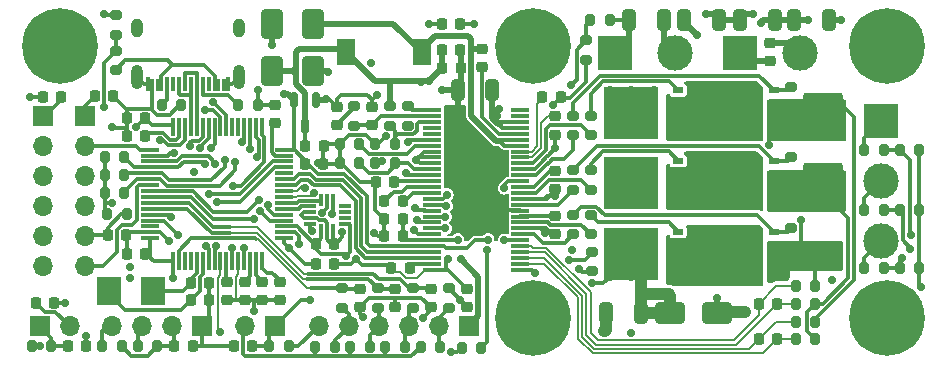
<source format=gtl>
G04 #@! TF.GenerationSoftware,KiCad,Pcbnew,7.0.2-6a45011f42~172~ubuntu20.04.1*
G04 #@! TF.CreationDate,2023-05-22T19:25:16+03:00*
G04 #@! TF.ProjectId,BLDC_4,424c4443-5f34-42e6-9b69-6361645f7063,rev?*
G04 #@! TF.SameCoordinates,PX40d9900PYa21fe80*
G04 #@! TF.FileFunction,Copper,L1,Top*
G04 #@! TF.FilePolarity,Positive*
%FSLAX46Y46*%
G04 Gerber Fmt 4.6, Leading zero omitted, Abs format (unit mm)*
G04 Created by KiCad (PCBNEW 7.0.2-6a45011f42~172~ubuntu20.04.1) date 2023-05-22 19:25:16*
%MOMM*%
%LPD*%
G01*
G04 APERTURE LIST*
G04 Aperture macros list*
%AMRoundRect*
0 Rectangle with rounded corners*
0 $1 Rounding radius*
0 $2 $3 $4 $5 $6 $7 $8 $9 X,Y pos of 4 corners*
0 Add a 4 corners polygon primitive as box body*
4,1,4,$2,$3,$4,$5,$6,$7,$8,$9,$2,$3,0*
0 Add four circle primitives for the rounded corners*
1,1,$1+$1,$2,$3*
1,1,$1+$1,$4,$5*
1,1,$1+$1,$6,$7*
1,1,$1+$1,$8,$9*
0 Add four rect primitives between the rounded corners*
20,1,$1+$1,$2,$3,$4,$5,0*
20,1,$1+$1,$4,$5,$6,$7,0*
20,1,$1+$1,$6,$7,$8,$9,0*
20,1,$1+$1,$8,$9,$2,$3,0*%
G04 Aperture macros list end*
G04 #@! TA.AperFunction,SMDPad,CuDef*
%ADD10RoundRect,0.225000X0.250000X-0.225000X0.250000X0.225000X-0.250000X0.225000X-0.250000X-0.225000X0*%
G04 #@! TD*
G04 #@! TA.AperFunction,SMDPad,CuDef*
%ADD11RoundRect,0.225000X-0.250000X0.225000X-0.250000X-0.225000X0.250000X-0.225000X0.250000X0.225000X0*%
G04 #@! TD*
G04 #@! TA.AperFunction,SMDPad,CuDef*
%ADD12RoundRect,0.225000X-0.225000X-0.250000X0.225000X-0.250000X0.225000X0.250000X-0.225000X0.250000X0*%
G04 #@! TD*
G04 #@! TA.AperFunction,SMDPad,CuDef*
%ADD13RoundRect,0.225000X0.225000X0.250000X-0.225000X0.250000X-0.225000X-0.250000X0.225000X-0.250000X0*%
G04 #@! TD*
G04 #@! TA.AperFunction,SMDPad,CuDef*
%ADD14RoundRect,0.250000X0.325000X0.650000X-0.325000X0.650000X-0.325000X-0.650000X0.325000X-0.650000X0*%
G04 #@! TD*
G04 #@! TA.AperFunction,SMDPad,CuDef*
%ADD15RoundRect,0.250000X-0.650000X1.000000X-0.650000X-1.000000X0.650000X-1.000000X0.650000X1.000000X0*%
G04 #@! TD*
G04 #@! TA.AperFunction,SMDPad,CuDef*
%ADD16R,1.500000X2.200000*%
G04 #@! TD*
G04 #@! TA.AperFunction,SMDPad,CuDef*
%ADD17R,0.850000X0.500000*%
G04 #@! TD*
G04 #@! TA.AperFunction,SMDPad,CuDef*
%ADD18R,4.550000X4.410000*%
G04 #@! TD*
G04 #@! TA.AperFunction,SMDPad,CuDef*
%ADD19RoundRect,0.200000X0.200000X0.275000X-0.200000X0.275000X-0.200000X-0.275000X0.200000X-0.275000X0*%
G04 #@! TD*
G04 #@! TA.AperFunction,SMDPad,CuDef*
%ADD20RoundRect,0.200000X0.275000X-0.200000X0.275000X0.200000X-0.275000X0.200000X-0.275000X-0.200000X0*%
G04 #@! TD*
G04 #@! TA.AperFunction,SMDPad,CuDef*
%ADD21RoundRect,0.200000X-0.200000X-0.275000X0.200000X-0.275000X0.200000X0.275000X-0.200000X0.275000X0*%
G04 #@! TD*
G04 #@! TA.AperFunction,SMDPad,CuDef*
%ADD22RoundRect,0.200000X-0.275000X0.200000X-0.275000X-0.200000X0.275000X-0.200000X0.275000X0.200000X0*%
G04 #@! TD*
G04 #@! TA.AperFunction,SMDPad,CuDef*
%ADD23RoundRect,0.250000X-1.425000X0.362500X-1.425000X-0.362500X1.425000X-0.362500X1.425000X0.362500X0*%
G04 #@! TD*
G04 #@! TA.AperFunction,SMDPad,CuDef*
%ADD24RoundRect,0.250000X1.425000X-0.362500X1.425000X0.362500X-1.425000X0.362500X-1.425000X-0.362500X0*%
G04 #@! TD*
G04 #@! TA.AperFunction,SMDPad,CuDef*
%ADD25RoundRect,0.075000X0.075000X-0.700000X0.075000X0.700000X-0.075000X0.700000X-0.075000X-0.700000X0*%
G04 #@! TD*
G04 #@! TA.AperFunction,SMDPad,CuDef*
%ADD26RoundRect,0.075000X0.700000X-0.075000X0.700000X0.075000X-0.700000X0.075000X-0.700000X-0.075000X0*%
G04 #@! TD*
G04 #@! TA.AperFunction,SMDPad,CuDef*
%ADD27R,1.550000X0.300000*%
G04 #@! TD*
G04 #@! TA.AperFunction,SMDPad,CuDef*
%ADD28R,3.610000X6.350000*%
G04 #@! TD*
G04 #@! TA.AperFunction,SMDPad,CuDef*
%ADD29R,1.000000X0.300000*%
G04 #@! TD*
G04 #@! TA.AperFunction,SMDPad,CuDef*
%ADD30R,0.300000X1.000000*%
G04 #@! TD*
G04 #@! TA.AperFunction,ComponentPad*
%ADD31C,6.400000*%
G04 #@! TD*
G04 #@! TA.AperFunction,SMDPad,CuDef*
%ADD32RoundRect,0.250000X0.650000X-1.000000X0.650000X1.000000X-0.650000X1.000000X-0.650000X-1.000000X0*%
G04 #@! TD*
G04 #@! TA.AperFunction,SMDPad,CuDef*
%ADD33R,2.000000X2.400000*%
G04 #@! TD*
G04 #@! TA.AperFunction,SMDPad,CuDef*
%ADD34RoundRect,0.250000X-0.325000X-0.650000X0.325000X-0.650000X0.325000X0.650000X-0.325000X0.650000X0*%
G04 #@! TD*
G04 #@! TA.AperFunction,SMDPad,CuDef*
%ADD35R,0.300000X1.150000*%
G04 #@! TD*
G04 #@! TA.AperFunction,ComponentPad*
%ADD36O,1.000000X2.100000*%
G04 #@! TD*
G04 #@! TA.AperFunction,ComponentPad*
%ADD37O,1.000000X1.600000*%
G04 #@! TD*
G04 #@! TA.AperFunction,SMDPad,CuDef*
%ADD38RoundRect,0.250000X-1.000000X-0.650000X1.000000X-0.650000X1.000000X0.650000X-1.000000X0.650000X0*%
G04 #@! TD*
G04 #@! TA.AperFunction,SMDPad,CuDef*
%ADD39RoundRect,0.150000X-0.150000X0.512500X-0.150000X-0.512500X0.150000X-0.512500X0.150000X0.512500X0*%
G04 #@! TD*
G04 #@! TA.AperFunction,ComponentPad*
%ADD40R,1.700000X1.700000*%
G04 #@! TD*
G04 #@! TA.AperFunction,ComponentPad*
%ADD41O,1.700000X1.700000*%
G04 #@! TD*
G04 #@! TA.AperFunction,ComponentPad*
%ADD42R,3.000000X3.000000*%
G04 #@! TD*
G04 #@! TA.AperFunction,ComponentPad*
%ADD43C,3.000000*%
G04 #@! TD*
G04 #@! TA.AperFunction,ViaPad*
%ADD44C,0.700000*%
G04 #@! TD*
G04 #@! TA.AperFunction,Conductor*
%ADD45C,0.300000*%
G04 #@! TD*
G04 #@! TA.AperFunction,Conductor*
%ADD46C,0.500000*%
G04 #@! TD*
G04 #@! TA.AperFunction,Conductor*
%ADD47C,1.000000*%
G04 #@! TD*
G04 #@! TA.AperFunction,Conductor*
%ADD48C,0.200000*%
G04 #@! TD*
G04 APERTURE END LIST*
D10*
G04 #@! TO.P,C2,1*
G04 #@! TO.N,GND*
X47600000Y95000000D03*
G04 #@! TO.P,C2,2*
G04 #@! TO.N,/MCU/AN_IN*
X47600000Y96550000D03*
G04 #@! TD*
D11*
G04 #@! TO.P,C4,1*
G04 #@! TO.N,GND*
X67900000Y95975000D03*
G04 #@! TO.P,C4,2*
G04 #@! TO.N,/Filters/WHEEL_OUT*
X67900000Y94425000D03*
G04 #@! TD*
G04 #@! TO.P,C5,1*
G04 #@! TO.N,/Filters/HALL3_OUT*
X58850000Y95975000D03*
G04 #@! TO.P,C5,2*
G04 #@! TO.N,GND*
X58850000Y94425000D03*
G04 #@! TD*
G04 #@! TO.P,C6,1*
G04 #@! TO.N,/Filters/HALL2_OUT*
X61850000Y95975000D03*
G04 #@! TO.P,C6,2*
G04 #@! TO.N,GND*
X61850000Y94425000D03*
G04 #@! TD*
G04 #@! TO.P,C7,1*
G04 #@! TO.N,/Filters/HALL1_OUT*
X64850000Y95975000D03*
G04 #@! TO.P,C7,2*
G04 #@! TO.N,GND*
X64850000Y94425000D03*
G04 #@! TD*
D12*
G04 #@! TO.P,C15,1*
G04 #@! TO.N,Net-(U1-PH0-OSC_IN)*
X44550000Y96500000D03*
G04 #@! TO.P,C15,2*
G04 #@! TO.N,GND*
X46100000Y96500000D03*
G04 #@! TD*
D10*
G04 #@! TO.P,C16,1*
G04 #@! TO.N,Net-(U1-VCAP1)*
X51700000Y109975000D03*
G04 #@! TO.P,C16,2*
G04 #@! TO.N,GND*
X51700000Y111525000D03*
G04 #@! TD*
D13*
G04 #@! TO.P,C17,1*
G04 #@! TO.N,Net-(U1-VCAP2)*
X40675000Y108900000D03*
G04 #@! TO.P,C17,2*
G04 #@! TO.N,GND*
X39125000Y108900000D03*
G04 #@! TD*
G04 #@! TO.P,C18,1*
G04 #@! TO.N,Net-(U3-GVDD)*
X61775000Y105000000D03*
G04 #@! TO.P,C18,2*
G04 #@! TO.N,GND*
X60225000Y105000000D03*
G04 #@! TD*
D11*
G04 #@! TO.P,C19,1*
G04 #@! TO.N,GND*
X59900000Y111375000D03*
G04 #@! TO.P,C19,2*
G04 #@! TO.N,Net-(U3-COMP)*
X59900000Y109825000D03*
G04 #@! TD*
D12*
G04 #@! TO.P,C20,1*
G04 #@! TO.N,GND*
X60925000Y100400000D03*
G04 #@! TO.P,C20,2*
G04 #@! TO.N,/Mosfet driver/DVDD*
X62475000Y100400000D03*
G04 #@! TD*
D11*
G04 #@! TO.P,C21,1*
G04 #@! TO.N,GND*
X56900000Y111375000D03*
G04 #@! TO.P,C21,2*
G04 #@! TO.N,Net-(C21-Pad2)*
X56900000Y109825000D03*
G04 #@! TD*
D12*
G04 #@! TO.P,C22,1*
G04 #@! TO.N,Net-(U3-CP1)*
X60925000Y103400000D03*
G04 #@! TO.P,C22,2*
G04 #@! TO.N,Net-(U3-CP2)*
X62475000Y103400000D03*
G04 #@! TD*
G04 #@! TO.P,C23,1*
G04 #@! TO.N,GND*
X61525000Y97750000D03*
G04 #@! TO.P,C23,2*
G04 #@! TO.N,Net-(U3-AVDD)*
X63075000Y97750000D03*
G04 #@! TD*
G04 #@! TO.P,C24,1*
G04 #@! TO.N,VCC*
X31425000Y94800000D03*
G04 #@! TO.P,C24,2*
G04 #@! TO.N,GND*
X32975000Y94800000D03*
G04 #@! TD*
D13*
G04 #@! TO.P,C26,1*
G04 #@! TO.N,GND*
X56675000Y99800000D03*
G04 #@! TO.P,C26,2*
G04 #@! TO.N,VCC*
X55125000Y99800000D03*
G04 #@! TD*
D11*
G04 #@! TO.P,C27,1*
G04 #@! TO.N,Net-(D4-K)*
X69200000Y116300000D03*
G04 #@! TO.P,C27,2*
G04 #@! TO.N,Net-(U3-BST_BK)*
X69200000Y114750000D03*
G04 #@! TD*
D10*
G04 #@! TO.P,C28,1*
G04 #@! TO.N,/Mosfet driver/H1_VS*
X75400000Y109025000D03*
G04 #@! TO.P,C28,2*
G04 #@! TO.N,Net-(U3-BST_A)*
X75400000Y110575000D03*
G04 #@! TD*
G04 #@! TO.P,C29,1*
G04 #@! TO.N,/Mosfet driver/H2_VS*
X75400000Y104425000D03*
G04 #@! TO.P,C29,2*
G04 #@! TO.N,Net-(U3-BST_B)*
X75400000Y105975000D03*
G04 #@! TD*
G04 #@! TO.P,C30,1*
G04 #@! TO.N,/Mosfet driver/H3_VS*
X75400000Y100625000D03*
G04 #@! TO.P,C30,2*
G04 #@! TO.N,Net-(U3-BST_C)*
X75400000Y102175000D03*
G04 #@! TD*
D13*
G04 #@! TO.P,C32,1*
G04 #@! TO.N,GND*
X39075000Y100500000D03*
G04 #@! TO.P,C32,2*
G04 #@! TO.N,NRST*
X37525000Y100500000D03*
G04 #@! TD*
D12*
G04 #@! TO.P,C34,1*
G04 #@! TO.N,/Mosfet driver/SN1*
X92625000Y94700000D03*
G04 #@! TO.P,C34,2*
G04 #@! TO.N,/Mosfet driver/SP1*
X94175000Y94700000D03*
G04 #@! TD*
G04 #@! TO.P,C36,1*
G04 #@! TO.N,/Mosfet driver/SN2*
X92625000Y91700000D03*
G04 #@! TO.P,C36,2*
G04 #@! TO.N,/Mosfet driver/SP2*
X94175000Y91700000D03*
G04 #@! TD*
G04 #@! TO.P,C38,1*
G04 #@! TO.N,Net-(U1-PH1-OSC_OUT)*
X44550000Y95000000D03*
G04 #@! TO.P,C38,2*
G04 #@! TO.N,GND*
X46100000Y95000000D03*
G04 #@! TD*
D14*
G04 #@! TO.P,C39,1*
G04 #@! TO.N,GND*
X89275000Y118700000D03*
G04 #@! TO.P,C39,2*
G04 #@! TO.N,V_SUPPLY*
X86325000Y118700000D03*
G04 #@! TD*
D13*
G04 #@! TO.P,C42,1*
G04 #@! TO.N,/MCU/BRAKE_IN*
X49750000Y91100000D03*
G04 #@! TO.P,C42,2*
G04 #@! TO.N,GND*
X48200000Y91100000D03*
G04 #@! TD*
D12*
G04 #@! TO.P,C45,1*
G04 #@! TO.N,/MCU/BUTTONS_IN*
X34125000Y91100000D03*
G04 #@! TO.P,C45,2*
G04 #@! TO.N,GND*
X35675000Y91100000D03*
G04 #@! TD*
D13*
G04 #@! TO.P,C46,1*
G04 #@! TO.N,GND*
X67375000Y118400000D03*
G04 #@! TO.P,C46,2*
G04 #@! TO.N,VCC*
X65825000Y118400000D03*
G04 #@! TD*
D12*
G04 #@! TO.P,C52,1*
G04 #@! TO.N,GND*
X60925000Y101900000D03*
G04 #@! TO.P,C52,2*
G04 #@! TO.N,/Mosfet driver/DVDD*
X62475000Y101900000D03*
G04 #@! TD*
D15*
G04 #@! TO.P,D4,1,K*
G04 #@! TO.N,Net-(D4-K)*
X54900000Y118400000D03*
G04 #@! TO.P,D4,2,A*
G04 #@! TO.N,GND*
X54900000Y114400000D03*
G04 #@! TD*
D16*
G04 #@! TO.P,L1,1,1*
G04 #@! TO.N,Net-(D4-K)*
X64100000Y116000000D03*
G04 #@! TO.P,L1,2,2*
G04 #@! TO.N,+5V*
X57700000Y116000000D03*
G04 #@! TD*
D17*
G04 #@! TO.P,Q1,1,S*
G04 #@! TO.N,/Mosfet driver/H1_VS*
X85805000Y108952500D03*
G04 #@! TO.P,Q1,2,S*
X85805000Y110222500D03*
G04 #@! TO.P,Q1,3,S*
X85805000Y111492500D03*
G04 #@! TO.P,Q1,4,G*
G04 #@! TO.N,Net-(Q1-G)*
X85805000Y112762500D03*
D18*
G04 #@! TO.P,Q1,5,D*
G04 #@! TO.N,V_SUPPLY*
X81855000Y110857500D03*
G04 #@! TD*
D17*
G04 #@! TO.P,Q2,1,S*
G04 #@! TO.N,/Mosfet driver/H1_LOW*
X93905000Y108952500D03*
G04 #@! TO.P,Q2,2,S*
X93905000Y110222500D03*
G04 #@! TO.P,Q2,3,S*
X93905000Y111492500D03*
G04 #@! TO.P,Q2,4,G*
G04 #@! TO.N,Net-(Q2-G)*
X93905000Y112762500D03*
D18*
G04 #@! TO.P,Q2,5,D*
G04 #@! TO.N,/Mosfet driver/H1_VS*
X89955000Y110857500D03*
G04 #@! TD*
D17*
G04 #@! TO.P,Q3,1,S*
G04 #@! TO.N,/Mosfet driver/H2_VS*
X85805000Y103000000D03*
G04 #@! TO.P,Q3,2,S*
X85805000Y104270000D03*
G04 #@! TO.P,Q3,3,S*
X85805000Y105540000D03*
G04 #@! TO.P,Q3,4,G*
G04 #@! TO.N,Net-(Q3-G)*
X85805000Y106810000D03*
D18*
G04 #@! TO.P,Q3,5,D*
G04 #@! TO.N,V_SUPPLY*
X81855000Y104905000D03*
G04 #@! TD*
D17*
G04 #@! TO.P,Q4,1,S*
G04 #@! TO.N,GND*
X93905000Y103000000D03*
G04 #@! TO.P,Q4,2,S*
X93905000Y104270000D03*
G04 #@! TO.P,Q4,3,S*
X93905000Y105540000D03*
G04 #@! TO.P,Q4,4,G*
G04 #@! TO.N,Net-(Q4-G)*
X93905000Y106810000D03*
D18*
G04 #@! TO.P,Q4,5,D*
G04 #@! TO.N,/Mosfet driver/H2_VS*
X89955000Y104905000D03*
G04 #@! TD*
D17*
G04 #@! TO.P,Q5,1,S*
G04 #@! TO.N,/Mosfet driver/H3_VS*
X85805000Y97000000D03*
G04 #@! TO.P,Q5,2,S*
X85805000Y98270000D03*
G04 #@! TO.P,Q5,3,S*
X85805000Y99540000D03*
G04 #@! TO.P,Q5,4,G*
G04 #@! TO.N,Net-(Q5-G)*
X85805000Y100810000D03*
D18*
G04 #@! TO.P,Q5,5,D*
G04 #@! TO.N,V_SUPPLY*
X81855000Y98905000D03*
G04 #@! TD*
D17*
G04 #@! TO.P,Q6,1,S*
G04 #@! TO.N,/Mosfet driver/H3_LOW*
X93905000Y97000000D03*
G04 #@! TO.P,Q6,2,S*
X93905000Y98270000D03*
G04 #@! TO.P,Q6,3,S*
X93905000Y99540000D03*
G04 #@! TO.P,Q6,4,G*
G04 #@! TO.N,Net-(Q6-G)*
X93905000Y100810000D03*
D18*
G04 #@! TO.P,Q6,5,D*
G04 #@! TO.N,/Mosfet driver/H3_VS*
X89955000Y98905000D03*
G04 #@! TD*
D19*
G04 #@! TO.P,R3,1*
G04 #@! TO.N,V_SUPPLY*
X80025000Y118700000D03*
G04 #@! TO.P,R3,2*
G04 #@! TO.N,/MCU/AN_IN*
X78375000Y118700000D03*
G04 #@! TD*
D20*
G04 #@! TO.P,R4,1*
G04 #@! TO.N,GND*
X78000000Y115375000D03*
G04 #@! TO.P,R4,2*
G04 #@! TO.N,/MCU/AN_IN*
X78000000Y117025000D03*
G04 #@! TD*
D19*
G04 #@! TO.P,R7,1*
G04 #@! TO.N,/Filters/WHEEL_IN*
X65650000Y91025000D03*
G04 #@! TO.P,R7,2*
G04 #@! TO.N,VCC*
X64000000Y91025000D03*
G04 #@! TD*
D20*
G04 #@! TO.P,R8,1*
G04 #@! TO.N,/Filters/HALL1_IN*
X63350000Y94375000D03*
G04 #@! TO.P,R8,2*
G04 #@! TO.N,/Filters/HALL1_OUT*
X63350000Y96025000D03*
G04 #@! TD*
G04 #@! TO.P,R9,1*
G04 #@! TO.N,/Filters/HALL2_IN*
X60350000Y94375000D03*
G04 #@! TO.P,R9,2*
G04 #@! TO.N,/Filters/HALL2_OUT*
X60350000Y96025000D03*
G04 #@! TD*
G04 #@! TO.P,R10,1*
G04 #@! TO.N,/Filters/HALL3_IN*
X57350000Y94375000D03*
G04 #@! TO.P,R10,2*
G04 #@! TO.N,/Filters/HALL3_OUT*
X57350000Y96025000D03*
G04 #@! TD*
D19*
G04 #@! TO.P,R11,1*
G04 #@! TO.N,/Filters/HALL3_IN*
X56725000Y91025000D03*
G04 #@! TO.P,R11,2*
G04 #@! TO.N,VCC*
X55075000Y91025000D03*
G04 #@! TD*
G04 #@! TO.P,R12,1*
G04 #@! TO.N,/Filters/HALL2_IN*
X59700000Y91025000D03*
G04 #@! TO.P,R12,2*
G04 #@! TO.N,VCC*
X58050000Y91025000D03*
G04 #@! TD*
G04 #@! TO.P,R13,1*
G04 #@! TO.N,/Filters/HALL1_IN*
X62675000Y91025000D03*
G04 #@! TO.P,R13,2*
G04 #@! TO.N,VCC*
X61025000Y91025000D03*
G04 #@! TD*
D21*
G04 #@! TO.P,R14,1*
G04 #@! TO.N,/MCU/BRAKE_IN*
X51175000Y91100000D03*
G04 #@! TO.P,R14,2*
G04 #@! TO.N,GND*
X52825000Y91100000D03*
G04 #@! TD*
D19*
G04 #@! TO.P,R15,1*
G04 #@! TO.N,/MCU/BUTTONS_IN*
X32725000Y91100000D03*
G04 #@! TO.P,R15,2*
G04 #@! TO.N,GND*
X31075000Y91100000D03*
G04 #@! TD*
G04 #@! TO.P,R16,1*
G04 #@! TO.N,+5V*
X41705000Y91100000D03*
G04 #@! TO.P,R16,2*
G04 #@! TO.N,/MCU/OLED_I2C_SDA*
X40055000Y91100000D03*
G04 #@! TD*
D22*
G04 #@! TO.P,R17,1*
G04 #@! TO.N,+5V*
X61400000Y111425000D03*
G04 #@! TO.P,R17,2*
G04 #@! TO.N,Net-(U3-VSENSE)*
X61400000Y109775000D03*
G04 #@! TD*
D19*
G04 #@! TO.P,R18,1*
G04 #@! TO.N,Net-(U3-VSENSE)*
X61825000Y108200000D03*
G04 #@! TO.P,R18,2*
G04 #@! TO.N,GND*
X60175000Y108200000D03*
G04 #@! TD*
D22*
G04 #@! TO.P,R19,1*
G04 #@! TO.N,Net-(C21-Pad2)*
X58400000Y111425000D03*
G04 #@! TO.P,R19,2*
G04 #@! TO.N,Net-(U3-COMP)*
X58400000Y109775000D03*
G04 #@! TD*
D19*
G04 #@! TO.P,R20,1*
G04 #@! TO.N,Net-(U3-DTC)*
X58825000Y108200000D03*
G04 #@! TO.P,R20,2*
G04 #@! TO.N,GND*
X57175000Y108200000D03*
G04 #@! TD*
D20*
G04 #@! TO.P,R21,1*
G04 #@! TO.N,GND*
X62900000Y109775000D03*
G04 #@! TO.P,R21,2*
G04 #@! TO.N,Net-(U3-RT_CLK)*
X62900000Y111425000D03*
G04 #@! TD*
D21*
G04 #@! TO.P,R23,1*
G04 #@! TO.N,/Mosfet driver/H3_VS*
X101575000Y97700000D03*
G04 #@! TO.P,R23,2*
G04 #@! TO.N,/MCU/SENS1*
X103225000Y97700000D03*
G04 #@! TD*
D19*
G04 #@! TO.P,R24,1*
G04 #@! TO.N,GND*
X106225000Y97700000D03*
G04 #@! TO.P,R24,2*
G04 #@! TO.N,/MCU/SENS1*
X104575000Y97700000D03*
G04 #@! TD*
D21*
G04 #@! TO.P,R26,1*
G04 #@! TO.N,/Mosfet driver/H2_VS*
X101575000Y102600000D03*
G04 #@! TO.P,R26,2*
G04 #@! TO.N,/MCU/SENS2*
X103225000Y102600000D03*
G04 #@! TD*
D19*
G04 #@! TO.P,R27,1*
G04 #@! TO.N,GND*
X106225000Y102600000D03*
G04 #@! TO.P,R27,2*
G04 #@! TO.N,/MCU/SENS2*
X104575000Y102600000D03*
G04 #@! TD*
D22*
G04 #@! TO.P,R28,1*
G04 #@! TO.N,Net-(Q1-G)*
X78400000Y110625000D03*
G04 #@! TO.P,R28,2*
G04 #@! TO.N,/Mosfet driver/M_H1*
X78400000Y108975000D03*
G04 #@! TD*
G04 #@! TO.P,R29,1*
G04 #@! TO.N,Net-(Q2-G)*
X76900000Y110625000D03*
G04 #@! TO.P,R29,2*
G04 #@! TO.N,/Mosfet driver/M_L1*
X76900000Y108975000D03*
G04 #@! TD*
D20*
G04 #@! TO.P,R30,1*
G04 #@! TO.N,/Mosfet driver/H1_LOW*
X95400000Y111400000D03*
G04 #@! TO.P,R30,2*
G04 #@! TO.N,Net-(Q2-G)*
X95400000Y113050000D03*
G04 #@! TD*
D19*
G04 #@! TO.P,R31,1*
G04 #@! TO.N,+5V*
X38705000Y91100000D03*
G04 #@! TO.P,R31,2*
G04 #@! TO.N,/MCU/OLED_I2C_SCL*
X37055000Y91100000D03*
G04 #@! TD*
D21*
G04 #@! TO.P,R32,1*
G04 #@! TO.N,/Mosfet driver/H1_VS*
X101575000Y107700000D03*
G04 #@! TO.P,R32,2*
G04 #@! TO.N,/MCU/SENS3*
X103225000Y107700000D03*
G04 #@! TD*
D19*
G04 #@! TO.P,R33,1*
G04 #@! TO.N,GND*
X106225000Y107700000D03*
G04 #@! TO.P,R33,2*
G04 #@! TO.N,/MCU/SENS3*
X104575000Y107700000D03*
G04 #@! TD*
D22*
G04 #@! TO.P,R34,1*
G04 #@! TO.N,Net-(Q3-G)*
X78400000Y106025000D03*
G04 #@! TO.P,R34,2*
G04 #@! TO.N,/Mosfet driver/M_H2*
X78400000Y104375000D03*
G04 #@! TD*
G04 #@! TO.P,R35,1*
G04 #@! TO.N,Net-(Q4-G)*
X76900000Y106025000D03*
G04 #@! TO.P,R35,2*
G04 #@! TO.N,/Mosfet driver/M_L2*
X76900000Y104375000D03*
G04 #@! TD*
G04 #@! TO.P,R36,1*
G04 #@! TO.N,Net-(Q4-G)*
X95400000Y107125000D03*
G04 #@! TO.P,R36,2*
G04 #@! TO.N,GND*
X95400000Y105475000D03*
G04 #@! TD*
D21*
G04 #@! TO.P,R39,1*
G04 #@! TO.N,VCC*
X37275000Y104100000D03*
G04 #@! TO.P,R39,2*
G04 #@! TO.N,SPI3_SDCARD_CS*
X38925000Y104100000D03*
G04 #@! TD*
G04 #@! TO.P,R40,1*
G04 #@! TO.N,VCC*
X37275000Y105600000D03*
G04 #@! TO.P,R40,2*
G04 #@! TO.N,SPI3_MOSI*
X38925000Y105600000D03*
G04 #@! TD*
G04 #@! TO.P,R41,1*
G04 #@! TO.N,VCC*
X37275000Y107100000D03*
G04 #@! TO.P,R41,2*
G04 #@! TO.N,SPI3_MISO*
X38925000Y107100000D03*
G04 #@! TD*
D22*
G04 #@! TO.P,R42,1*
G04 #@! TO.N,Net-(Q5-G)*
X78400000Y102225000D03*
G04 #@! TO.P,R42,2*
G04 #@! TO.N,/Mosfet driver/M_H3*
X78400000Y100575000D03*
G04 #@! TD*
G04 #@! TO.P,R43,1*
G04 #@! TO.N,Net-(Q6-G)*
X76900000Y102225000D03*
G04 #@! TO.P,R43,2*
G04 #@! TO.N,/Mosfet driver/M_L3*
X76900000Y100575000D03*
G04 #@! TD*
D20*
G04 #@! TO.P,R46,1*
G04 #@! TO.N,/Mosfet driver/H3_LOW*
X95400000Y99450000D03*
G04 #@! TO.P,R46,2*
G04 #@! TO.N,Net-(Q6-G)*
X95400000Y101100000D03*
G04 #@! TD*
D19*
G04 #@! TO.P,R48,1*
G04 #@! TO.N,/Mosfet driver/H3_LOW*
X97425000Y96200000D03*
G04 #@! TO.P,R48,2*
G04 #@! TO.N,/Mosfet driver/SN1*
X95775000Y96200000D03*
G04 #@! TD*
G04 #@! TO.P,R49,1*
G04 #@! TO.N,GND*
X97425000Y94700000D03*
G04 #@! TO.P,R49,2*
G04 #@! TO.N,/Mosfet driver/SP1*
X95775000Y94700000D03*
G04 #@! TD*
G04 #@! TO.P,R50,1*
G04 #@! TO.N,/Mosfet driver/H1_LOW*
X97425000Y93200000D03*
G04 #@! TO.P,R50,2*
G04 #@! TO.N,/Mosfet driver/SN2*
X95775000Y93200000D03*
G04 #@! TD*
G04 #@! TO.P,R51,1*
G04 #@! TO.N,GND*
X97425000Y91700000D03*
G04 #@! TO.P,R51,2*
G04 #@! TO.N,/Mosfet driver/SP2*
X95775000Y91700000D03*
G04 #@! TD*
D23*
G04 #@! TO.P,R53,1*
G04 #@! TO.N,/Mosfet driver/H1_LOW*
X98100000Y111962500D03*
G04 #@! TO.P,R53,2*
G04 #@! TO.N,GND*
X98100000Y106037500D03*
G04 #@! TD*
D24*
G04 #@! TO.P,R54,1*
G04 #@! TO.N,/Mosfet driver/H3_LOW*
X98100000Y98137500D03*
G04 #@! TO.P,R54,2*
G04 #@! TO.N,GND*
X98100000Y104062500D03*
G04 #@! TD*
D25*
G04 #@! TO.P,U1,1,VBAT*
G04 #@! TO.N,VCC*
X43050000Y98325000D03*
G04 #@! TO.P,U1,2,PC13_(RTC_AF1)*
G04 #@! TO.N,/Filters/HALL3_OUT*
X43550000Y98325000D03*
G04 #@! TO.P,U1,3,PC14-OSC32_IN*
G04 #@! TO.N,unconnected-(U1-PC14-OSC32_IN-Pad3)*
X44050000Y98325000D03*
G04 #@! TO.P,U1,4,PC15-OSC32_OUT*
G04 #@! TO.N,unconnected-(U1-PC15-OSC32_OUT-Pad4)*
X44550000Y98325000D03*
G04 #@! TO.P,U1,5,PH0-OSC_IN*
G04 #@! TO.N,Net-(U1-PH0-OSC_IN)*
X45050000Y98325000D03*
G04 #@! TO.P,U1,6,PH1-OSC_OUT*
G04 #@! TO.N,Net-(U1-PH1-OSC_OUT)*
X45550000Y98325000D03*
G04 #@! TO.P,U1,7,NRST*
G04 #@! TO.N,NRST*
X46050000Y98325000D03*
G04 #@! TO.P,U1,8,PC0(ADC123_IN10)*
G04 #@! TO.N,/Filters/WHEEL_OUT*
X46550000Y98325000D03*
G04 #@! TO.P,U1,9,PC1(ADC123_IN11)*
G04 #@! TO.N,/MCU/BUTTONS_IN*
X47050000Y98325000D03*
G04 #@! TO.P,U1,10,PC2(ADC123_IN12)*
G04 #@! TO.N,/MCU/AN_IN*
X47550000Y98325000D03*
G04 #@! TO.P,U1,11,PC3(ADC123_IN13)*
G04 #@! TO.N,/MCU/PC3*
X48050000Y98325000D03*
G04 #@! TO.P,U1,12,VSSA*
G04 #@! TO.N,GND*
X48550000Y98325000D03*
G04 #@! TO.P,U1,13,VDDA*
G04 #@! TO.N,VCC*
X49050000Y98325000D03*
G04 #@! TO.P,U1,14,PA0(ADC123_IN0/WKUP)*
G04 #@! TO.N,/MCU/SENS3*
X49550000Y98325000D03*
G04 #@! TO.P,U1,15,PA1(ADC123_IN1)*
G04 #@! TO.N,/MCU/SENS2*
X50050000Y98325000D03*
G04 #@! TO.P,U1,16,PA2(ADC123_IN2)*
G04 #@! TO.N,/MCU/SENS1*
X50550000Y98325000D03*
D26*
G04 #@! TO.P,U1,17,PA3(ADC123_IN3)*
G04 #@! TO.N,TEMPERATURE*
X52475000Y100250000D03*
G04 #@! TO.P,U1,18,VSS*
G04 #@! TO.N,GND*
X52475000Y100750000D03*
G04 #@! TO.P,U1,19,VDD*
G04 #@! TO.N,VCC*
X52475000Y101250000D03*
G04 #@! TO.P,U1,20,PA4(ADC12_IN4/DAC1_OUT)*
G04 #@! TO.N,SPI1_SENSOR_CS*
X52475000Y101750000D03*
G04 #@! TO.P,U1,21,PA5(ADC12_IN5/DAC2_OUT)*
G04 #@! TO.N,SPI1_SCK*
X52475000Y102250000D03*
G04 #@! TO.P,U1,22,PA6(ADC12_IN6)*
G04 #@! TO.N,SPI1_MISO*
X52475000Y102750000D03*
G04 #@! TO.P,U1,23,PA7(ADC12_IN7)*
G04 #@! TO.N,SPI1_MOSI*
X52475000Y103250000D03*
G04 #@! TO.P,U1,24,PC4(ADC12_IN14)*
G04 #@! TO.N,/MCU/LED_GREEN*
X52475000Y103750000D03*
G04 #@! TO.P,U1,25,PC5(ADC12_IN15)*
G04 #@! TO.N,/MCU/LED_RED*
X52475000Y104250000D03*
G04 #@! TO.P,U1,26,PB0(ADC12_IN8)*
G04 #@! TO.N,/MCU/BR_SO2*
X52475000Y104750000D03*
G04 #@! TO.P,U1,27,PB1(ADC12_IN9)*
G04 #@! TO.N,/MCU/BR_SO1*
X52475000Y105250000D03*
G04 #@! TO.P,U1,28,PB2-BOOT1*
G04 #@! TO.N,unconnected-(U1-PB2-BOOT1-Pad28)*
X52475000Y105750000D03*
G04 #@! TO.P,U1,29,PB10*
G04 #@! TO.N,/MCU/OLED_I2C_SCL*
X52475000Y106250000D03*
G04 #@! TO.P,U1,30,PB11*
G04 #@! TO.N,/MCU/OLED_I2C_SDA*
X52475000Y106750000D03*
G04 #@! TO.P,U1,31,VCAP1*
G04 #@! TO.N,Net-(U1-VCAP1)*
X52475000Y107250000D03*
G04 #@! TO.P,U1,32,VDD*
G04 #@! TO.N,VCC*
X52475000Y107750000D03*
D25*
G04 #@! TO.P,U1,33,PB12*
G04 #@! TO.N,/MCU/BRAKE_IN*
X50550000Y109675000D03*
G04 #@! TO.P,U1,34,PB13(OTG_HS_VBUS)*
G04 #@! TO.N,/MCU/L3*
X50050000Y109675000D03*
G04 #@! TO.P,U1,35,PB14*
G04 #@! TO.N,/MCU/L2*
X49550000Y109675000D03*
G04 #@! TO.P,U1,36,PB15*
G04 #@! TO.N,/MCU/L1*
X49050000Y109675000D03*
G04 #@! TO.P,U1,37,PC6*
G04 #@! TO.N,unconnected-(U1-PC6-Pad37)*
X48550000Y109675000D03*
G04 #@! TO.P,U1,38,PC7*
G04 #@! TO.N,unconnected-(U1-PC7-Pad38)*
X48050000Y109675000D03*
G04 #@! TO.P,U1,39,PC8*
G04 #@! TO.N,/MCU/PC8*
X47550000Y109675000D03*
G04 #@! TO.P,U1,40,PC9*
G04 #@! TO.N,/MCU/PC9*
X47050000Y109675000D03*
G04 #@! TO.P,U1,41,PA8*
G04 #@! TO.N,/MCU/H3*
X46550000Y109675000D03*
G04 #@! TO.P,U1,42,PA9(OTG_FS_VBUS)*
G04 #@! TO.N,/MCU/H2*
X46050000Y109675000D03*
G04 #@! TO.P,U1,43,PA10*
G04 #@! TO.N,/MCU/H1*
X45550000Y109675000D03*
G04 #@! TO.P,U1,44,PA11*
G04 #@! TO.N,/MCU/USB_DM*
X45050000Y109675000D03*
G04 #@! TO.P,U1,45,PA12*
G04 #@! TO.N,/MCU/USB_DP*
X44550000Y109675000D03*
G04 #@! TO.P,U1,46,PA13(JTMS-SWDIO)*
G04 #@! TO.N,SWDIO*
X44050000Y109675000D03*
G04 #@! TO.P,U1,47,VCAP2*
G04 #@! TO.N,Net-(U1-VCAP2)*
X43550000Y109675000D03*
G04 #@! TO.P,U1,48,VDD*
G04 #@! TO.N,VCC*
X43050000Y109675000D03*
D26*
G04 #@! TO.P,U1,49,PA14(JTCK-SWCLK)*
G04 #@! TO.N,SWCLK*
X41125000Y107750000D03*
G04 #@! TO.P,U1,50,PA15(JTDI)*
G04 #@! TO.N,/MCU/DC_CAL*
X41125000Y107250000D03*
G04 #@! TO.P,U1,51,PC10*
G04 #@! TO.N,SPI3_SCK*
X41125000Y106750000D03*
G04 #@! TO.P,U1,52,PC11*
G04 #@! TO.N,SPI3_MISO*
X41125000Y106250000D03*
G04 #@! TO.P,U1,53,PC12*
G04 #@! TO.N,SPI3_MOSI*
X41125000Y105750000D03*
G04 #@! TO.P,U1,54,PD2*
G04 #@! TO.N,SPI3_SDCARD_CS*
X41125000Y105250000D03*
G04 #@! TO.P,U1,55,PB3(JTDO/TRACESWO)*
G04 #@! TO.N,TRACESWO*
X41125000Y104750000D03*
G04 #@! TO.P,U1,56,PB4(NJTRST)*
G04 #@! TO.N,/MCU/EN_GATE*
X41125000Y104250000D03*
G04 #@! TO.P,U1,57,PB5*
G04 #@! TO.N,SENSOR_IRQ*
X41125000Y103750000D03*
G04 #@! TO.P,U1,58,PB6*
G04 #@! TO.N,/Filters/HALL1_OUT*
X41125000Y103250000D03*
G04 #@! TO.P,U1,59,PB7*
G04 #@! TO.N,/Filters/HALL2_OUT*
X41125000Y102750000D03*
G04 #@! TO.P,U1,60,BOOT0(VPP)*
G04 #@! TO.N,/MCU/BOOT0*
X41125000Y102250000D03*
G04 #@! TO.P,U1,61,PB8*
G04 #@! TO.N,/MCU/FAULT*
X41125000Y101750000D03*
G04 #@! TO.P,U1,62,PB9*
G04 #@! TO.N,unconnected-(U1-PB9-Pad62)*
X41125000Y101250000D03*
G04 #@! TO.P,U1,63,VSS*
G04 #@! TO.N,GND*
X41125000Y100750000D03*
G04 #@! TO.P,U1,64,VDD*
G04 #@! TO.N,VCC*
X41125000Y100250000D03*
G04 #@! TD*
D27*
G04 #@! TO.P,U3,1,RT_CLK*
G04 #@! TO.N,Net-(U3-RT_CLK)*
X64950000Y111090000D03*
G04 #@! TO.P,U3,2,COMP*
G04 #@! TO.N,Net-(U3-COMP)*
X64950000Y110590000D03*
G04 #@! TO.P,U3,3,VSENSE*
G04 #@! TO.N,Net-(U3-VSENSE)*
X64950000Y110090000D03*
G04 #@! TO.P,U3,4,PWRGD*
G04 #@! TO.N,unconnected-(U3-PWRGD-Pad4)*
X64950000Y109590000D03*
G04 #@! TO.P,U3,5,OCTW*
G04 #@! TO.N,unconnected-(U3-OCTW-Pad5)*
X64950000Y109090000D03*
G04 #@! TO.P,U3,6,FAULT*
G04 #@! TO.N,/MCU/FAULT*
X64950000Y108590000D03*
G04 #@! TO.P,U3,7,DTC*
G04 #@! TO.N,Net-(U3-DTC)*
X64950000Y108090000D03*
G04 #@! TO.P,U3,8,M_PWM*
G04 #@! TO.N,GND*
X64950000Y107590000D03*
G04 #@! TO.P,U3,9,M_OC*
X64950000Y107090000D03*
G04 #@! TO.P,U3,10,GAIN*
X64950000Y106590000D03*
G04 #@! TO.P,U3,11,OC_ADJ*
G04 #@! TO.N,Net-(U3-OC_ADJ)*
X64950000Y106090000D03*
G04 #@! TO.P,U3,12,DC_CAL*
G04 #@! TO.N,/MCU/DC_CAL*
X64950000Y105590000D03*
G04 #@! TO.P,U3,13,GVDD*
G04 #@! TO.N,Net-(U3-GVDD)*
X64950000Y105090000D03*
G04 #@! TO.P,U3,14,CP1*
G04 #@! TO.N,Net-(U3-CP1)*
X64950000Y104590000D03*
G04 #@! TO.P,U3,15,CP2*
G04 #@! TO.N,Net-(U3-CP2)*
X64950000Y104090000D03*
G04 #@! TO.P,U3,16,EN_GATE*
G04 #@! TO.N,/MCU/EN_GATE*
X64950000Y103590000D03*
G04 #@! TO.P,U3,17,INH_A*
G04 #@! TO.N,/MCU/H1*
X64950000Y103090000D03*
G04 #@! TO.P,U3,18,INL_A*
G04 #@! TO.N,/MCU/L1*
X64950000Y102590000D03*
G04 #@! TO.P,U3,19,INH_B*
G04 #@! TO.N,/MCU/H2*
X64950000Y102090000D03*
G04 #@! TO.P,U3,20,INL_B*
G04 #@! TO.N,/MCU/L2*
X64950000Y101590000D03*
G04 #@! TO.P,U3,21,INH_C*
G04 #@! TO.N,/MCU/H3*
X64950000Y101090000D03*
G04 #@! TO.P,U3,22,INL_C*
G04 #@! TO.N,/MCU/L3*
X64950000Y100590000D03*
G04 #@! TO.P,U3,23,DVDD*
G04 #@! TO.N,/Mosfet driver/DVDD*
X64950000Y100090000D03*
G04 #@! TO.P,U3,24,REF*
G04 #@! TO.N,VCC*
X64950000Y99590000D03*
G04 #@! TO.P,U3,25,SO1*
G04 #@! TO.N,/MCU/BR_SO1*
X64950000Y99090000D03*
G04 #@! TO.P,U3,26,SO2*
G04 #@! TO.N,/MCU/BR_SO2*
X64950000Y98590000D03*
G04 #@! TO.P,U3,27,AVDD*
G04 #@! TO.N,Net-(U3-AVDD)*
X64950000Y98090000D03*
G04 #@! TO.P,U3,28,AGND*
G04 #@! TO.N,GND*
X64950000Y97590000D03*
G04 #@! TO.P,U3,29,PVDD1*
G04 #@! TO.N,V_SUPPLY*
X72450000Y97590000D03*
G04 #@! TO.P,U3,30,SP2*
G04 #@! TO.N,/Mosfet driver/SP2*
X72450000Y98090000D03*
G04 #@! TO.P,U3,31,SN2*
G04 #@! TO.N,/Mosfet driver/SN2*
X72450000Y98590000D03*
G04 #@! TO.P,U3,32,SP1*
G04 #@! TO.N,/Mosfet driver/SP1*
X72450000Y99090000D03*
G04 #@! TO.P,U3,33,SN1*
G04 #@! TO.N,/Mosfet driver/SN1*
X72450000Y99590000D03*
G04 #@! TO.P,U3,34,SL_C*
G04 #@! TO.N,/Mosfet driver/H3_LOW*
X72450000Y100090000D03*
G04 #@! TO.P,U3,35,GL_C*
G04 #@! TO.N,/Mosfet driver/M_L3*
X72450000Y100590000D03*
G04 #@! TO.P,U3,36,SH_C*
G04 #@! TO.N,/Mosfet driver/H3_VS*
X72450000Y101090000D03*
G04 #@! TO.P,U3,37,GH_C*
G04 #@! TO.N,/Mosfet driver/M_H3*
X72450000Y101590000D03*
G04 #@! TO.P,U3,38,BST_C*
G04 #@! TO.N,Net-(U3-BST_C)*
X72450000Y102090000D03*
G04 #@! TO.P,U3,39,SL_B*
G04 #@! TO.N,GND*
X72450000Y102590000D03*
G04 #@! TO.P,U3,40,GL_B*
G04 #@! TO.N,/Mosfet driver/M_L2*
X72450000Y103090000D03*
G04 #@! TO.P,U3,41,SH_B*
G04 #@! TO.N,/Mosfet driver/H2_VS*
X72450000Y103590000D03*
G04 #@! TO.P,U3,42,GH_B*
G04 #@! TO.N,/Mosfet driver/M_H2*
X72450000Y104090000D03*
G04 #@! TO.P,U3,43,BST_B*
G04 #@! TO.N,Net-(U3-BST_B)*
X72450000Y104590000D03*
G04 #@! TO.P,U3,44,SL_A*
G04 #@! TO.N,/Mosfet driver/H1_LOW*
X72450000Y105090000D03*
G04 #@! TO.P,U3,45,GL_A*
G04 #@! TO.N,/Mosfet driver/M_L1*
X72450000Y105590000D03*
G04 #@! TO.P,U3,46,SH_A*
G04 #@! TO.N,/Mosfet driver/H1_VS*
X72450000Y106090000D03*
G04 #@! TO.P,U3,47,GH_A*
G04 #@! TO.N,/Mosfet driver/M_H1*
X72450000Y106590000D03*
G04 #@! TO.P,U3,48,BST_A*
G04 #@! TO.N,Net-(U3-BST_A)*
X72450000Y107090000D03*
G04 #@! TO.P,U3,49,BIAS*
G04 #@! TO.N,Net-(U3-BIAS)*
X72450000Y107590000D03*
G04 #@! TO.P,U3,50,PH*
G04 #@! TO.N,Net-(D4-K)*
X72450000Y108090000D03*
G04 #@! TO.P,U3,51,PH*
X72450000Y108590000D03*
G04 #@! TO.P,U3,52,BST_BK*
G04 #@! TO.N,Net-(U3-BST_BK)*
X72450000Y109090000D03*
G04 #@! TO.P,U3,53,PVDD2*
G04 #@! TO.N,V_SUPPLY*
X72450000Y109590000D03*
G04 #@! TO.P,U3,54,PVDD2*
X72450000Y110090000D03*
G04 #@! TO.P,U3,55,EN_BUCK*
G04 #@! TO.N,unconnected-(U3-EN_BUCK-Pad55)*
X72450000Y110590000D03*
G04 #@! TO.P,U3,56,SS_TR*
G04 #@! TO.N,unconnected-(U3-SS_TR-Pad56)*
X72450000Y111090000D03*
D28*
G04 #@! TO.P,U3,57,GND(POWER_PAD)*
G04 #@! TO.N,GND*
X68700000Y104340000D03*
G04 #@! TD*
D29*
G04 #@! TO.P,U4,1,MISO*
G04 #@! TO.N,SPI1_MISO*
X54600000Y102950000D03*
G04 #@! TO.P,U4,2,SDx*
G04 #@! TO.N,GND*
X54600000Y102450000D03*
G04 #@! TO.P,U4,3,SCx*
X54600000Y101950000D03*
G04 #@! TO.P,U4,4,INT1*
G04 #@! TO.N,SENSOR_IRQ*
X54600000Y101450000D03*
D30*
G04 #@! TO.P,U4,5,VDDIO*
G04 #@! TO.N,VCC*
X55600000Y100950000D03*
G04 #@! TO.P,U4,6,GND*
G04 #@! TO.N,GND*
X56100000Y100950000D03*
G04 #@! TO.P,U4,7,GND*
X56600000Y100950000D03*
D29*
G04 #@! TO.P,U4,8,VDD*
G04 #@! TO.N,VCC*
X57600000Y101450000D03*
G04 #@! TO.P,U4,9,INT2*
G04 #@! TO.N,unconnected-(U4-INT2-Pad9)*
X57600000Y101950000D03*
G04 #@! TO.P,U4,10,OCS*
G04 #@! TO.N,unconnected-(U4-OCS-Pad10)*
X57600000Y102450000D03*
G04 #@! TO.P,U4,11*
G04 #@! TO.N,N/C*
X57600000Y102950000D03*
D30*
G04 #@! TO.P,U4,12,CS*
G04 #@! TO.N,SPI1_SENSOR_CS*
X56600000Y103450000D03*
G04 #@! TO.P,U4,13,SCK*
G04 #@! TO.N,SPI1_SCK*
X56100000Y103450000D03*
G04 #@! TO.P,U4,14,MOSI*
G04 #@! TO.N,SPI1_MOSI*
X55600000Y103450000D03*
G04 #@! TD*
D12*
G04 #@! TO.P,C12,1*
G04 #@! TO.N,GND*
X39125000Y98900000D03*
G04 #@! TO.P,C12,2*
G04 #@! TO.N,VCC*
X40675000Y98900000D03*
G04 #@! TD*
G04 #@! TO.P,C13,1*
G04 #@! TO.N,GND*
X39125000Y110400000D03*
G04 #@! TO.P,C13,2*
G04 #@! TO.N,VCC*
X40675000Y110400000D03*
G04 #@! TD*
D13*
G04 #@! TO.P,C11,1*
G04 #@! TO.N,GND*
X55775000Y106550000D03*
G04 #@! TO.P,C11,2*
G04 #@! TO.N,VCC*
X54225000Y106550000D03*
G04 #@! TD*
D12*
G04 #@! TO.P,C48,1*
G04 #@! TO.N,VCC*
X36425000Y112300000D03*
G04 #@! TO.P,C48,2*
G04 #@! TO.N,GND*
X37975000Y112300000D03*
G04 #@! TD*
D21*
G04 #@! TO.P,R5,1*
G04 #@! TO.N,GND*
X57175000Y106600000D03*
G04 #@! TO.P,R5,2*
G04 #@! TO.N,Net-(U3-OC_ADJ)*
X58825000Y106600000D03*
G04 #@! TD*
G04 #@! TO.P,R44,1*
G04 #@! TO.N,/Mosfet driver/DVDD*
X60175000Y106600000D03*
G04 #@! TO.P,R44,2*
G04 #@! TO.N,Net-(U3-OC_ADJ)*
X61825000Y106600000D03*
G04 #@! TD*
D12*
G04 #@! TO.P,C1,1*
G04 #@! TO.N,+5V*
X54250000Y108050000D03*
G04 #@! TO.P,C1,2*
G04 #@! TO.N,GND*
X55800000Y108050000D03*
G04 #@! TD*
G04 #@! TO.P,C8,1*
G04 #@! TO.N,+5V*
X65850000Y114700000D03*
G04 #@! TO.P,C8,2*
G04 #@! TO.N,GND*
X67400000Y114700000D03*
G04 #@! TD*
D14*
G04 #@! TO.P,C53,1*
G04 #@! TO.N,V_SUPPLY*
X70075000Y112800000D03*
G04 #@! TO.P,C53,2*
G04 #@! TO.N,GND*
X67125000Y112800000D03*
G04 #@! TD*
G04 #@! TO.P,C40,1*
G04 #@! TO.N,V_SUPPLY*
X82675000Y93900000D03*
G04 #@! TO.P,C40,2*
G04 #@! TO.N,GND*
X79725000Y93900000D03*
G04 #@! TD*
D31*
G04 #@! TO.P,H1,1,1*
G04 #@! TO.N,GND*
X103500000Y116500000D03*
G04 #@! TD*
D10*
G04 #@! TO.P,C47,1*
G04 #@! TO.N,+5V*
X93600000Y115225000D03*
G04 #@! TO.P,C47,2*
G04 #@! TO.N,GND*
X93600000Y116775000D03*
G04 #@! TD*
D32*
G04 #@! TO.P,D5,1,K*
G04 #@! TO.N,+5V*
X51400000Y114400000D03*
G04 #@! TO.P,D5,2,A*
G04 #@! TO.N,GND*
X51400000Y118400000D03*
G04 #@! TD*
D22*
G04 #@! TO.P,R404,1*
G04 #@! TO.N,/MCU/BOOT0*
X38180000Y116125000D03*
G04 #@! TO.P,R404,2*
G04 #@! TO.N,Net-(J401-VBUS-PadA4)*
X38180000Y114475000D03*
G04 #@! TD*
D12*
G04 #@! TO.P,C60,1*
G04 #@! TO.N,+5V*
X43150000Y91100000D03*
G04 #@! TO.P,C60,2*
G04 #@! TO.N,GND*
X44700000Y91100000D03*
G04 #@! TD*
D13*
G04 #@! TO.P,C61,1*
G04 #@! TO.N,+5V*
X33575000Y112200000D03*
G04 #@! TO.P,C61,2*
G04 #@! TO.N,GND*
X32025000Y112200000D03*
G04 #@! TD*
D10*
G04 #@! TO.P,C503,1*
G04 #@! TO.N,GND*
X49100000Y95025000D03*
G04 #@! TO.P,C503,2*
G04 #@! TO.N,/MCU/SENS3*
X49100000Y96575000D03*
G04 #@! TD*
D33*
G04 #@! TO.P,Y1,1,1*
G04 #@! TO.N,Net-(U1-PH0-OSC_IN)*
X41350000Y95800000D03*
G04 #@! TO.P,Y1,2,2*
G04 #@! TO.N,Net-(U1-PH1-OSC_OUT)*
X37650000Y95800000D03*
G04 #@! TD*
D31*
G04 #@! TO.P,H5,1,1*
G04 #@! TO.N,GND*
X33500000Y116500000D03*
G04 #@! TD*
G04 #@! TO.P,H2,1,1*
G04 #@! TO.N,GND*
X103500000Y93500000D03*
G04 #@! TD*
G04 #@! TO.P,H4,1,1*
G04 #@! TO.N,GND*
X73500000Y116500000D03*
G04 #@! TD*
D19*
G04 #@! TO.P,R402,1*
G04 #@! TO.N,GND*
X43725000Y111500000D03*
G04 #@! TO.P,R402,2*
G04 #@! TO.N,Net-(J401-CC2)*
X42075000Y111500000D03*
G04 #@! TD*
D34*
G04 #@! TO.P,C43,1*
G04 #@! TO.N,V_SUPPLY*
X95625000Y118700000D03*
G04 #@! TO.P,C43,2*
G04 #@! TO.N,GND*
X98575000Y118700000D03*
G04 #@! TD*
D35*
G04 #@! TO.P,J401,A1,GND*
G04 #@! TO.N,GND*
X47650000Y113330000D03*
D30*
G04 #@! TO.P,J401,A4,VBUS*
G04 #@! TO.N,Net-(J401-VBUS-PadA4)*
X46850000Y113260000D03*
D35*
G04 #@! TO.P,J401,A5,CC1*
G04 #@! TO.N,Net-(J401-CC1)*
X45550000Y113330000D03*
G04 #@! TO.P,J401,A6,D+*
G04 #@! TO.N,/MCU/USB_DP*
X44550000Y113330000D03*
G04 #@! TO.P,J401,A7,D-*
G04 #@! TO.N,/MCU/USB_DM*
X44050000Y113330000D03*
G04 #@! TO.P,J401,A8,SBU1*
G04 #@! TO.N,unconnected-(J401-SBU1-PadA8)*
X43050000Y113330000D03*
D30*
G04 #@! TO.P,J401,A9,VBUS*
G04 #@! TO.N,Net-(J401-VBUS-PadA4)*
X41750000Y113260000D03*
D35*
G04 #@! TO.P,J401,A12,GND*
G04 #@! TO.N,GND*
X40950000Y113330000D03*
D30*
G04 #@! TO.P,J401,B1,GND*
X41250000Y113260000D03*
D35*
G04 #@! TO.P,J401,B4,VBUS*
G04 #@! TO.N,Net-(J401-VBUS-PadA4)*
X42050000Y113330000D03*
G04 #@! TO.P,J401,B5,CC2*
G04 #@! TO.N,Net-(J401-CC2)*
X42550000Y113330000D03*
G04 #@! TO.P,J401,B6,D+*
G04 #@! TO.N,/MCU/USB_DP*
X43550000Y113330000D03*
G04 #@! TO.P,J401,B7,D-*
G04 #@! TO.N,/MCU/USB_DM*
X45050000Y113330000D03*
G04 #@! TO.P,J401,B8,SBU2*
G04 #@! TO.N,unconnected-(J401-SBU2-PadB8)*
X46050000Y113330000D03*
G04 #@! TO.P,J401,B9,VBUS*
G04 #@! TO.N,Net-(J401-VBUS-PadA4)*
X46550000Y113330000D03*
D30*
G04 #@! TO.P,J401,B12,GND*
G04 #@! TO.N,GND*
X47350000Y113260000D03*
D36*
G04 #@! TO.P,J401,S1,SHIELD*
X48620000Y113895000D03*
D37*
X48620000Y118075000D03*
D36*
X39980000Y113895000D03*
D37*
X39980000Y118075000D03*
G04 #@! TD*
D12*
G04 #@! TO.P,C3,1*
G04 #@! TO.N,+5V*
X65825000Y116200000D03*
G04 #@! TO.P,C3,2*
G04 #@! TO.N,GND*
X67375000Y116200000D03*
G04 #@! TD*
D14*
G04 #@! TO.P,C51,1*
G04 #@! TO.N,V_SUPPLY*
X93975000Y118700000D03*
G04 #@! TO.P,C51,2*
G04 #@! TO.N,GND*
X91025000Y118700000D03*
G04 #@! TD*
D22*
G04 #@! TO.P,R403,1*
G04 #@! TO.N,GND*
X38180000Y119150000D03*
G04 #@! TO.P,R403,2*
G04 #@! TO.N,/MCU/BOOT0*
X38180000Y117500000D03*
G04 #@! TD*
D12*
G04 #@! TO.P,C41,1*
G04 #@! TO.N,TEMPERATURE*
X55150000Y98100000D03*
G04 #@! TO.P,C41,2*
G04 #@! TO.N,GND*
X56700000Y98100000D03*
G04 #@! TD*
D20*
G04 #@! TO.P,R6,1*
G04 #@! TO.N,/Filters/WHEEL_IN*
X66400000Y94375000D03*
G04 #@! TO.P,R6,2*
G04 #@! TO.N,/Filters/WHEEL_OUT*
X66400000Y96025000D03*
G04 #@! TD*
D19*
G04 #@! TO.P,R405,1*
G04 #@! TO.N,NRST*
X39125000Y102300000D03*
G04 #@! TO.P,R405,2*
G04 #@! TO.N,VCC*
X37475000Y102300000D03*
G04 #@! TD*
D10*
G04 #@! TO.P,C502,1*
G04 #@! TO.N,GND*
X50600000Y95025000D03*
G04 #@! TO.P,C502,2*
G04 #@! TO.N,/MCU/SENS2*
X50600000Y96575000D03*
G04 #@! TD*
D22*
G04 #@! TO.P,R1,1*
G04 #@! TO.N,VCC*
X78500000Y99125000D03*
G04 #@! TO.P,R1,2*
G04 #@! TO.N,TEMPERATURE*
X78500000Y97475000D03*
G04 #@! TD*
D19*
G04 #@! TO.P,R401,1*
G04 #@! TO.N,GND*
X50225000Y111500000D03*
G04 #@! TO.P,R401,2*
G04 #@! TO.N,Net-(J401-CC1)*
X48575000Y111500000D03*
G04 #@! TD*
D34*
G04 #@! TO.P,C37,1*
G04 #@! TO.N,V_SUPPLY*
X81625000Y118700000D03*
G04 #@! TO.P,C37,2*
G04 #@! TO.N,GND*
X84575000Y118700000D03*
G04 #@! TD*
D13*
G04 #@! TO.P,C62,1*
G04 #@! TO.N,GND*
X75850000Y112200000D03*
G04 #@! TO.P,C62,2*
G04 #@! TO.N,Net-(U3-BIAS)*
X74300000Y112200000D03*
G04 #@! TD*
D38*
G04 #@! TO.P,D7,1,K*
G04 #@! TO.N,V_SUPPLY*
X85100000Y93900000D03*
G04 #@! TO.P,D7,2,A*
G04 #@! TO.N,GND*
X89100000Y93900000D03*
G04 #@! TD*
D19*
G04 #@! TO.P,R2,1*
G04 #@! TO.N,TEMPERATURE*
X69125000Y91000000D03*
G04 #@! TO.P,R2,2*
G04 #@! TO.N,GND*
X67475000Y91000000D03*
G04 #@! TD*
D31*
G04 #@! TO.P,H3,1,1*
G04 #@! TO.N,GND*
X73500000Y93500000D03*
G04 #@! TD*
D10*
G04 #@! TO.P,C501,1*
G04 #@! TO.N,GND*
X52100000Y95025000D03*
G04 #@! TO.P,C501,2*
G04 #@! TO.N,/MCU/SENS1*
X52100000Y96575000D03*
G04 #@! TD*
D39*
G04 #@! TO.P,U6,1,GND*
G04 #@! TO.N,GND*
X55150000Y111987500D03*
G04 #@! TO.P,U6,2,VO*
G04 #@! TO.N,VCC*
X53250000Y111987500D03*
G04 #@! TO.P,U6,3,VI*
G04 #@! TO.N,+5V*
X54200000Y109712500D03*
G04 #@! TD*
D40*
G04 #@! TO.P,P1,1,Pin_1*
G04 #@! TO.N,+5V*
X68060000Y92800000D03*
D41*
G04 #@! TO.P,P1,2,Pin_2*
G04 #@! TO.N,/Filters/WHEEL_IN*
X65520000Y92800000D03*
G04 #@! TO.P,P1,3,Pin_3*
G04 #@! TO.N,/Filters/HALL1_IN*
X62980000Y92800000D03*
G04 #@! TO.P,P1,4,Pin_4*
G04 #@! TO.N,/Filters/HALL2_IN*
X60440000Y92800000D03*
G04 #@! TO.P,P1,5,Pin_5*
G04 #@! TO.N,/Filters/HALL3_IN*
X57900000Y92800000D03*
G04 #@! TO.P,P1,6,Pin_6*
G04 #@! TO.N,GND*
X55360000Y92800000D03*
G04 #@! TD*
D40*
G04 #@! TO.P,P2,1,Pin_1*
G04 #@! TO.N,VCC*
X35600000Y110585000D03*
D41*
G04 #@! TO.P,P2,2,Pin_2*
G04 #@! TO.N,SWCLK*
X35600000Y108045000D03*
G04 #@! TO.P,P2,3,Pin_3*
G04 #@! TO.N,GND*
X35600000Y105505000D03*
G04 #@! TO.P,P2,4,Pin_4*
G04 #@! TO.N,SWDIO*
X35600000Y102965000D03*
G04 #@! TO.P,P2,5,Pin_5*
G04 #@! TO.N,NRST*
X35600000Y100425000D03*
G04 #@! TO.P,P2,6,Pin_6*
G04 #@! TO.N,TRACESWO*
X35600000Y97885000D03*
G04 #@! TD*
D40*
G04 #@! TO.P,P11,1,Pin_1*
G04 #@! TO.N,GND*
X45500000Y92800000D03*
D41*
G04 #@! TO.P,P11,2,Pin_2*
G04 #@! TO.N,+5V*
X42960000Y92800000D03*
G04 #@! TO.P,P11,3,Pin_3*
G04 #@! TO.N,/MCU/OLED_I2C_SDA*
X40420000Y92800000D03*
G04 #@! TO.P,P11,4,Pin_4*
G04 #@! TO.N,/MCU/OLED_I2C_SCL*
X37880000Y92800000D03*
G04 #@! TD*
D40*
G04 #@! TO.P,P12,1,Pin_1*
G04 #@! TO.N,/MCU/BRAKE_IN*
X51700000Y92800000D03*
D41*
G04 #@! TO.P,P12,2,Pin_2*
G04 #@! TO.N,VCC*
X49160000Y92800000D03*
G04 #@! TD*
D40*
G04 #@! TO.P,P13,1,Pin_1*
G04 #@! TO.N,/MCU/BUTTONS_IN*
X31750000Y92800000D03*
D41*
G04 #@! TO.P,P13,2,Pin_2*
G04 #@! TO.N,VCC*
X34290000Y92800000D03*
G04 #@! TD*
D40*
G04 #@! TO.P,P14,1,Pin_1*
G04 #@! TO.N,+5V*
X32000000Y110575000D03*
D41*
G04 #@! TO.P,P14,2,Pin_2*
G04 #@! TO.N,VCC*
X32000000Y108035000D03*
G04 #@! TO.P,P14,3,Pin_3*
G04 #@! TO.N,/MCU/PC3*
X32000000Y105495000D03*
G04 #@! TO.P,P14,4,Pin_4*
G04 #@! TO.N,/MCU/PC8*
X32000000Y102955000D03*
G04 #@! TO.P,P14,5,Pin_5*
G04 #@! TO.N,/MCU/PC9*
X32000000Y100415000D03*
G04 #@! TO.P,P14,6,Pin_6*
G04 #@! TO.N,GND*
X32000000Y97875000D03*
G04 #@! TD*
D42*
G04 #@! TO.P,J2,1,Pin_1*
G04 #@! TO.N,+5V*
X91020000Y115900000D03*
D43*
G04 #@! TO.P,J2,2,Pin_2*
G04 #@! TO.N,GND*
X96100000Y115900000D03*
G04 #@! TD*
D42*
G04 #@! TO.P,J3,1,Pin_1*
G04 #@! TO.N,V_SUPPLY*
X80460000Y115900000D03*
D43*
G04 #@! TO.P,J3,2,Pin_2*
G04 #@! TO.N,GND*
X85540000Y115900000D03*
G04 #@! TD*
D42*
G04 #@! TO.P,J1,1,Pin_1*
G04 #@! TO.N,/Mosfet driver/H1_VS*
X103000000Y110160000D03*
D43*
G04 #@! TO.P,J1,2,Pin_2*
G04 #@! TO.N,/Mosfet driver/H2_VS*
X103000000Y105080000D03*
G04 #@! TO.P,J1,3,Pin_3*
G04 #@! TO.N,/Mosfet driver/H3_VS*
X103000000Y100000000D03*
G04 #@! TD*
D44*
G04 #@! TO.N,GND*
X95100000Y104400000D03*
X53700000Y99800000D03*
X67100000Y105400000D03*
X99500000Y103000000D03*
X66300000Y98459500D03*
X51400000Y116600000D03*
X62900000Y109800000D03*
X65800000Y112800000D03*
X35700000Y92000000D03*
X99500000Y105800000D03*
X88200000Y119200000D03*
X60341606Y112358394D03*
X68500000Y118400000D03*
X59800000Y115100000D03*
X69500000Y105400000D03*
X60079001Y100712970D03*
X69500000Y101500000D03*
X95100000Y103100000D03*
X67100000Y111300000D03*
X31800000Y91100000D03*
X92100000Y119200000D03*
X96700000Y104400000D03*
X66600000Y90600000D03*
X64200000Y93500000D03*
X33900000Y94800000D03*
X98200000Y104400000D03*
X99600000Y118700000D03*
X57340500Y100790498D03*
X89100000Y95200000D03*
X30900000Y112200000D03*
X68000000Y101500000D03*
X44800000Y105900000D03*
X37180000Y119200000D03*
X37896837Y109700000D03*
X56000000Y112000000D03*
X106400000Y96100000D03*
X69500000Y107300000D03*
X59100000Y93600000D03*
X69500000Y104400000D03*
X61036335Y108871061D03*
X49900000Y94100000D03*
X69500000Y102900000D03*
X55329674Y106640500D03*
X75200000Y111534500D03*
X63600000Y106900000D03*
X98826706Y96673295D03*
X71100000Y102600000D03*
X79500000Y92225000D03*
X68000000Y102900000D03*
X58500000Y98459500D03*
X67100000Y107300000D03*
X68000000Y104400000D03*
X56200000Y114300000D03*
X91500000Y94000000D03*
X81800000Y92225000D03*
X50200000Y112759500D03*
X42700000Y100000000D03*
X99500000Y104400000D03*
X76788013Y99285017D03*
G04 #@! TO.N,V_SUPPLY*
X81800000Y103100000D03*
X83800000Y106600000D03*
X85000000Y95500000D03*
X83800000Y111000000D03*
X80000000Y106600000D03*
X83800000Y98800000D03*
X83800000Y103100000D03*
X73700000Y97300000D03*
X81800000Y97000000D03*
X83800000Y109200000D03*
X80000000Y97000000D03*
X80000000Y103100000D03*
X81800000Y100700000D03*
X70600000Y111200000D03*
X80000000Y100700000D03*
X78496464Y96465500D03*
X70500000Y110600000D03*
X83800000Y100700000D03*
X80000000Y98800000D03*
X81800000Y111000000D03*
X81800000Y104500000D03*
X96800000Y118700000D03*
X81800000Y112800000D03*
X83800000Y112800000D03*
X92800000Y118500000D03*
X80000000Y112800000D03*
X83800000Y104500000D03*
X80000000Y111000000D03*
X81800000Y98800000D03*
X81800000Y106600000D03*
X80000000Y104500000D03*
X80000000Y109200000D03*
X81800000Y109200000D03*
X87400000Y117500000D03*
X83800000Y97500000D03*
G04 #@! TO.N,/MCU/AN_IN*
X76762952Y113237048D03*
X47600000Y96500000D03*
G04 #@! TO.N,VCC*
X39918472Y109684887D03*
X37841951Y103274625D03*
X76580982Y98380982D03*
X49061696Y99438304D03*
X52400000Y112425000D03*
X57695223Y98761291D03*
X64700000Y118400000D03*
X69701134Y100124067D03*
X43000000Y96900000D03*
G04 #@! TO.N,/Mosfet driver/H1_VS*
X75400000Y107850168D03*
X88000000Y112750000D03*
X88000000Y111000000D03*
X92000000Y109000000D03*
X92000000Y111000000D03*
X90000000Y112750000D03*
X90000000Y111000000D03*
X88000000Y109000000D03*
X92000000Y112750000D03*
X90000000Y109000000D03*
G04 #@! TO.N,/Mosfet driver/H2_VS*
X89800000Y107200000D03*
X91200000Y103100000D03*
X91100000Y107200000D03*
X75350000Y103800000D03*
X89800000Y105100000D03*
X91200000Y105100000D03*
X88300000Y103100000D03*
X88300000Y107200000D03*
X88300000Y105100000D03*
X89800000Y103100000D03*
G04 #@! TO.N,/Mosfet driver/H3_VS*
X91600000Y97300000D03*
X88000000Y98900000D03*
X89900000Y100700000D03*
X89955000Y98905000D03*
X88000000Y97100000D03*
X91900000Y100700000D03*
X91900000Y98900000D03*
X74550000Y100700000D03*
X88000000Y100700000D03*
X89900000Y97100000D03*
G04 #@! TO.N,NRST*
X45840585Y99568290D03*
G04 #@! TO.N,+5V*
X64013806Y113481131D03*
X53308309Y114400000D03*
X67400000Y98500000D03*
X64750000Y113600000D03*
G04 #@! TO.N,/Filters/WHEEL_OUT*
X46700000Y99580500D03*
X67362500Y94980500D03*
G04 #@! TO.N,/MCU/BRAKE_IN*
X48100000Y104659500D03*
X54600000Y94980500D03*
G04 #@! TO.N,/MCU/BUTTONS_IN*
X47000000Y92300000D03*
G04 #@! TO.N,SWDIO*
X41936427Y108536427D03*
G04 #@! TO.N,/MCU/OLED_I2C_SDA*
X46059500Y104000000D03*
X39400000Y97800000D03*
G04 #@! TO.N,/MCU/OLED_I2C_SCL*
X39400000Y96900000D03*
X46719000Y103340500D03*
G04 #@! TO.N,/Mosfet driver/H1_LOW*
X71100000Y104500000D03*
X93523837Y108159500D03*
G04 #@! TO.N,/Mosfet driver/H3_LOW*
X71100000Y100100000D03*
X96200000Y101800000D03*
G04 #@! TO.N,/MCU/SENS1*
X104780997Y98572546D03*
X52100000Y96575000D03*
G04 #@! TO.N,/MCU/SENS2*
X50600000Y96575000D03*
X105440497Y99300000D03*
G04 #@! TO.N,/MCU/SENS3*
X49100000Y96575000D03*
X105500000Y100500000D03*
G04 #@! TO.N,/MCU/LED_GREEN*
X54935295Y104069500D03*
G04 #@! TO.N,/MCU/LED_RED*
X54216337Y104540500D03*
G04 #@! TO.N,SPI3_SDCARD_CS*
X48264023Y106664958D03*
G04 #@! TO.N,SPI3_MOSI*
X47423488Y106844530D03*
G04 #@! TO.N,SPI3_MISO*
X45773913Y106539343D03*
G04 #@! TO.N,SPI1_SENSOR_CS*
X50433496Y102573889D03*
X56535424Y102294949D03*
G04 #@! TO.N,SPI1_SCK*
X51119222Y103092080D03*
X55684994Y102419500D03*
G04 #@! TO.N,/MCU/L3*
X50108659Y107159500D03*
X63429857Y100975597D03*
G04 #@! TO.N,/MCU/L2*
X49550820Y107840500D03*
X63686283Y101795957D03*
G04 #@! TO.N,/MCU/L1*
X63483663Y102783663D03*
X48891320Y108440500D03*
G04 #@! TO.N,/MCU/DC_CAL*
X62800000Y105800000D03*
X43119500Y107470500D03*
G04 #@! TO.N,SPI3_SCK*
X46632442Y106498455D03*
G04 #@! TO.N,/MCU/EN_GATE*
X66234451Y103932875D03*
X50300000Y103500000D03*
G04 #@! TO.N,/MCU/H3*
X66102374Y101097683D03*
X46212099Y107867292D03*
G04 #@! TO.N,/MCU/H2*
X45352638Y107858843D03*
X66095286Y102090028D03*
G04 #@! TO.N,/MCU/H1*
X66165364Y102996264D03*
X44512172Y108038733D03*
G04 #@! TO.N,SENSOR_IRQ*
X49900000Y101900000D03*
X54800000Y100900000D03*
G04 #@! TO.N,/MCU/FAULT*
X43500000Y100500000D03*
X62900000Y108400000D03*
G04 #@! TO.N,/MCU/PC3*
X48061696Y99438304D03*
G04 #@! TO.N,/MCU/PC8*
X46393785Y111759500D03*
G04 #@! TO.N,/MCU/PC9*
X45709440Y111100000D03*
G04 #@! TO.N,/MCU/BOOT0*
X37180000Y111344500D03*
X42841854Y102090820D03*
G04 #@! TO.N,/Mosfet driver/DVDD*
X60700000Y106755500D03*
X67152235Y100119561D03*
G04 #@! TO.N,TEMPERATURE*
X52850000Y99450000D03*
X77370241Y97670241D03*
X69660690Y99265517D03*
G04 #@! TD*
D45*
G04 #@! TO.N,GND*
X71100500Y102600500D02*
X71100000Y102600000D01*
X53900000Y102200000D02*
X54150000Y102450000D01*
X53660000Y91100000D02*
X55360000Y92800000D01*
X54600000Y101950000D02*
X55220000Y101950000D01*
X56450000Y99800000D02*
X56675000Y99800000D01*
X55220000Y101950000D02*
X55410000Y101760000D01*
X59625000Y95200000D02*
X61900000Y95200000D01*
X56100000Y100950000D02*
X56100000Y100150000D01*
X63600000Y106900000D02*
X63790000Y107090000D01*
X46050000Y91100000D02*
X45500000Y91100000D01*
X59415000Y108985000D02*
X57960000Y108985000D01*
X61315000Y97960000D02*
X58999500Y97960000D01*
X55150000Y111987500D02*
X55162500Y112000000D01*
X39125000Y100425000D02*
X39125000Y100000000D01*
X97425000Y94700000D02*
X98049462Y94700000D01*
X56675000Y99800000D02*
X56800000Y99800000D01*
X106400000Y96100000D02*
X106225000Y96275000D01*
X97425000Y91700000D02*
X96715000Y92410000D01*
X54150000Y101950000D02*
X53900000Y102200000D01*
X60365274Y108200000D02*
X60175000Y108200000D01*
X49900000Y95025000D02*
X48400000Y95025000D01*
X57175000Y106600000D02*
X57175000Y108200000D01*
X47650000Y113330000D02*
X48055000Y113330000D01*
X58140500Y98100000D02*
X58500000Y98459500D01*
X64950000Y97590000D02*
X66110000Y97590000D01*
X98049462Y94700000D02*
X100200000Y96850538D01*
X60225000Y105000000D02*
X58901076Y105000000D01*
X39125000Y111150000D02*
X37975000Y112300000D01*
X96715000Y92410000D02*
X96715000Y93990000D01*
X59900000Y111375000D02*
X59900000Y111916788D01*
D46*
X54900000Y114400000D02*
X56100000Y114400000D01*
D45*
X57300000Y112400000D02*
X56900000Y112000000D01*
X99500000Y102662500D02*
X99500000Y103000000D01*
X63600000Y106900000D02*
X63910000Y106590000D01*
X55410000Y101760000D02*
X55900000Y101760000D01*
X55900000Y101760000D02*
X56100000Y101560000D01*
D47*
X91500000Y94000000D02*
X89200000Y94000000D01*
D45*
X67375000Y118400000D02*
X68500000Y118400000D01*
X42755528Y110700000D02*
X41678751Y110700000D01*
X37230000Y119150000D02*
X38180000Y119150000D01*
X48200000Y91100000D02*
X46050000Y91100000D01*
X50250000Y111525000D02*
X50225000Y111500000D01*
X78000000Y113450538D02*
X78000000Y115375000D01*
X60391971Y100400000D02*
X60925000Y100400000D01*
D46*
X89100000Y95200000D02*
X89100000Y93900000D01*
D48*
X62236432Y97400000D02*
X62736432Y96900000D01*
D45*
X56800000Y99800000D02*
X57340500Y100340500D01*
X57301076Y106600000D02*
X57175000Y106600000D01*
X48400000Y95025000D02*
X47625000Y95025000D01*
X35675000Y91975000D02*
X35700000Y92000000D01*
X61525000Y97750000D02*
X61315000Y97960000D01*
D46*
X89300000Y118725000D02*
X89300000Y119200000D01*
D45*
X42700000Y100000000D02*
X41950000Y100750000D01*
X57340500Y100340500D02*
X57340500Y100790498D01*
X39160000Y111185000D02*
X41193751Y111185000D01*
D47*
X89200000Y94000000D02*
X89100000Y93900000D01*
D46*
X84575000Y116865000D02*
X85540000Y115900000D01*
X89300000Y119200000D02*
X88200000Y119200000D01*
D45*
X76000000Y112100000D02*
X76649462Y112100000D01*
X55162500Y112000000D02*
X56275000Y112000000D01*
D46*
X91025000Y118700000D02*
X91025000Y119025000D01*
D45*
X55775000Y106550000D02*
X57125000Y106550000D01*
D46*
X67400000Y114700000D02*
X67400000Y113075000D01*
X67125000Y111325000D02*
X67100000Y111300000D01*
D45*
X63790000Y107090000D02*
X64950000Y107090000D01*
X54600000Y101950000D02*
X54150000Y101950000D01*
D48*
X48550000Y97185894D02*
X48365000Y97000894D01*
D45*
X64290000Y107590000D02*
X64950000Y107590000D01*
X53700000Y100417493D02*
X53700000Y99800000D01*
D46*
X51400000Y118400000D02*
X51400000Y116600000D01*
D45*
X58850000Y93850000D02*
X59100000Y93600000D01*
D46*
X95225000Y116775000D02*
X96100000Y115900000D01*
D45*
X50225000Y111500000D02*
X50225000Y112734500D01*
X96715000Y93990000D02*
X97425000Y94700000D01*
X52550560Y100748800D02*
X53368693Y100748800D01*
X32025000Y112200000D02*
X30900000Y112200000D01*
X39125000Y108900000D02*
X39125000Y109600000D01*
X57125000Y106550000D02*
X57175000Y106600000D01*
D46*
X67400000Y116175000D02*
X67375000Y116200000D01*
D45*
X32975000Y94800000D02*
X33900000Y94800000D01*
D46*
X56000000Y112000000D02*
X55987500Y111987500D01*
D45*
X59900000Y112000000D02*
X59500000Y112400000D01*
D48*
X62736432Y96900000D02*
X63700000Y96900000D01*
D45*
X47625000Y95025000D02*
X47600000Y95000000D01*
X100200000Y101962500D02*
X99500000Y102662500D01*
D48*
X63700000Y96900000D02*
X64300000Y97500000D01*
D45*
X54150000Y102450000D02*
X54600000Y102450000D01*
X43725000Y111500000D02*
X43555528Y111500000D01*
X41125000Y100750000D02*
X39450000Y100750000D01*
X60165000Y102660000D02*
X60925000Y101900000D01*
D47*
X79725000Y93900000D02*
X79725000Y92450000D01*
D45*
X52825000Y91100000D02*
X53660000Y91100000D01*
X39125000Y100000000D02*
X39125000Y98900000D01*
X58901076Y105000000D02*
X57301076Y106600000D01*
X56100000Y100150000D02*
X56450000Y99800000D01*
X64850000Y94150000D02*
X64850000Y94425000D01*
X66110000Y97590000D02*
X66110000Y98269500D01*
X49900000Y95025000D02*
X49900000Y94100000D01*
X60079001Y100712970D02*
X60391971Y100400000D01*
X63600000Y106900000D02*
X64290000Y107590000D01*
X35675000Y91100000D02*
X35675000Y91975000D01*
D47*
X79725000Y92450000D02*
X79635000Y92360000D01*
D45*
X56700000Y98100000D02*
X58140500Y98100000D01*
X66285000Y97590000D02*
X67900000Y95975000D01*
D48*
X61525000Y97750000D02*
X61525000Y97675000D01*
D45*
X59900000Y111916788D02*
X60341606Y112358394D01*
D46*
X56100000Y114400000D02*
X56200000Y114300000D01*
D45*
X41250000Y111128751D02*
X41250000Y113330000D01*
X53368693Y100748800D02*
X53700000Y100417493D01*
X41193751Y111185000D02*
X41250000Y111128751D01*
X59500000Y112400000D02*
X57300000Y112400000D01*
X60175000Y108225000D02*
X59415000Y108985000D01*
X37180000Y119200000D02*
X37230000Y119150000D01*
X57175000Y108200000D02*
X55950000Y108200000D01*
X31075000Y91100000D02*
X31800000Y91100000D01*
X40950000Y113330000D02*
X40545000Y113330000D01*
X66110000Y98269500D02*
X66300000Y98459500D01*
D48*
X48365000Y97000894D02*
X48365000Y95060000D01*
D46*
X91025000Y119025000D02*
X91200000Y119200000D01*
D45*
X39125000Y109600000D02*
X39125000Y110400000D01*
X41950000Y100750000D02*
X41125000Y100750000D01*
X56275000Y112000000D02*
X56900000Y111375000D01*
X64075000Y95200000D02*
X64850000Y94425000D01*
X55950000Y108200000D02*
X55800000Y108050000D01*
D46*
X84575000Y118700000D02*
X84575000Y116865000D01*
D45*
X58999500Y97960000D02*
X58500000Y98459500D01*
X60925000Y100400000D02*
X60925000Y101000000D01*
X47650000Y113230000D02*
X47350000Y113230000D01*
D46*
X89275000Y118700000D02*
X91025000Y118700000D01*
D45*
X55775000Y108025000D02*
X55800000Y108050000D01*
X56100000Y101560000D02*
X56100000Y100950000D01*
X56600000Y99875000D02*
X56675000Y99800000D01*
D48*
X48365000Y95060000D02*
X48400000Y95025000D01*
D45*
X61900000Y95200000D02*
X64075000Y95200000D01*
D47*
X79635000Y92360000D02*
X79500000Y92360000D01*
D45*
X55684500Y106640500D02*
X55775000Y106550000D01*
X64200000Y93500000D02*
X64850000Y94150000D01*
D46*
X91200000Y119200000D02*
X92100000Y119200000D01*
D45*
X39125000Y111150000D02*
X39160000Y111185000D01*
X62900000Y109775000D02*
X62900000Y109800000D01*
X67475000Y91000000D02*
X67075000Y90600000D01*
X60225000Y105000000D02*
X60165000Y104940000D01*
X76000000Y112100000D02*
X75765500Y112100000D01*
X106225000Y97700000D02*
X106225000Y107700000D01*
D46*
X67400000Y114700000D02*
X67400000Y116175000D01*
D45*
X55775000Y106550000D02*
X55775000Y108025000D01*
X99162500Y103000000D02*
X98200000Y104400000D01*
X37996837Y109600000D02*
X37896837Y109700000D01*
X40545000Y113330000D02*
X39980000Y113895000D01*
X39125000Y110400000D02*
X39125000Y111150000D01*
X66110000Y97590000D02*
X66285000Y97590000D01*
D46*
X67125000Y112800000D02*
X67125000Y111325000D01*
X93600000Y116775000D02*
X95225000Y116775000D01*
D45*
X45500000Y91100000D02*
X45500000Y92800000D01*
X61036335Y108871061D02*
X60365274Y108200000D01*
D46*
X55987500Y111987500D02*
X55150000Y111987500D01*
D45*
X60925000Y101000000D02*
X60925000Y101900000D01*
X59900000Y111375000D02*
X59900000Y112000000D01*
X50225000Y112734500D02*
X50200000Y112759500D01*
X56600000Y100950000D02*
X56600000Y99875000D01*
X106225000Y96275000D02*
X106225000Y97700000D01*
X98200000Y104400000D02*
X98100000Y104062500D01*
X100200000Y96850538D02*
X100200000Y101962500D01*
X57960000Y108985000D02*
X57175000Y108200000D01*
X58850000Y94425000D02*
X59625000Y95200000D01*
X43555528Y111500000D02*
X42755528Y110700000D01*
D48*
X61800000Y97400000D02*
X62236432Y97400000D01*
X48550000Y98325000D02*
X48550000Y97185894D01*
D45*
X60165000Y104940000D02*
X60165000Y102660000D01*
X67075000Y90600000D02*
X66600000Y90600000D01*
X52100000Y95025000D02*
X49900000Y95025000D01*
X41678751Y110700000D02*
X41250000Y111128751D01*
X46100000Y93400000D02*
X45500000Y92800000D01*
X61850000Y94425000D02*
X61850000Y95150000D01*
X39450000Y100750000D02*
X39125000Y100425000D01*
D46*
X67125000Y112800000D02*
X65800000Y112800000D01*
D45*
X55329674Y106640500D02*
X55684500Y106640500D01*
X58850000Y94425000D02*
X58850000Y93850000D01*
X99500000Y103000000D02*
X99162500Y103000000D01*
X46100000Y96500000D02*
X46100000Y93400000D01*
X51700000Y111525000D02*
X50250000Y111525000D01*
D48*
X61525000Y97675000D02*
X61800000Y97400000D01*
D46*
X67400000Y113075000D02*
X67125000Y112800000D01*
D45*
X56900000Y112000000D02*
X56900000Y111375000D01*
X44700000Y91100000D02*
X46050000Y91100000D01*
X72400000Y102600500D02*
X71100500Y102600500D01*
X39125000Y109600000D02*
X37996837Y109600000D01*
X60175000Y108200000D02*
X60175000Y108225000D01*
X76649462Y112100000D02*
X78000000Y113450538D01*
X75765500Y112100000D02*
X75200000Y111534500D01*
X63910000Y106590000D02*
X64950000Y106590000D01*
X61850000Y95150000D02*
X61900000Y95200000D01*
D46*
X89275000Y118700000D02*
X89300000Y118725000D01*
D45*
X48055000Y113330000D02*
X48620000Y113895000D01*
D46*
X98575000Y118700000D02*
X99600000Y118700000D01*
D45*
G04 #@! TO.N,V_SUPPLY*
X79465500Y96465500D02*
X80000000Y97000000D01*
D47*
X82675000Y93900000D02*
X82675000Y95500000D01*
D45*
X72450000Y109590000D02*
X70910000Y109590000D01*
D46*
X81625000Y118700000D02*
X81625000Y117065000D01*
X70075000Y110425000D02*
X70325000Y110425000D01*
X93000000Y118700000D02*
X92800000Y118500000D01*
D45*
X72450000Y110090000D02*
X70590000Y110090000D01*
D46*
X70500000Y110000000D02*
X70700000Y109800000D01*
X70325000Y110425000D02*
X70500000Y110600000D01*
D45*
X72450000Y97590000D02*
X73410000Y97590000D01*
D47*
X82675000Y98085000D02*
X81855000Y98905000D01*
D46*
X86325000Y118700000D02*
X86325000Y118575000D01*
X95625000Y118700000D02*
X96800000Y118700000D01*
D45*
X70590000Y110090000D02*
X70500000Y110000000D01*
D47*
X85000000Y95500000D02*
X82675000Y95500000D01*
X85100000Y93900000D02*
X85100000Y95400000D01*
D46*
X95625000Y118700000D02*
X93975000Y118700000D01*
D47*
X85100000Y95400000D02*
X85000000Y95500000D01*
D45*
X80025000Y118700000D02*
X81625000Y118700000D01*
X78496464Y96465500D02*
X79465500Y96465500D01*
D46*
X81625000Y117065000D02*
X80460000Y115900000D01*
D45*
X70910000Y109590000D02*
X70700000Y109800000D01*
D47*
X85100000Y93900000D02*
X82675000Y93900000D01*
D46*
X70500000Y110600000D02*
X70500000Y111100000D01*
D45*
X73410000Y97590000D02*
X73700000Y97300000D01*
D46*
X70500000Y111100000D02*
X70600000Y111200000D01*
X70075000Y112800000D02*
X70075000Y110425000D01*
X70075000Y110425000D02*
X70500000Y110000000D01*
D47*
X82675000Y95500000D02*
X82675000Y98085000D01*
D46*
X93975000Y118700000D02*
X93000000Y118700000D01*
X86325000Y118575000D02*
X87400000Y117500000D01*
D45*
G04 #@! TO.N,/MCU/AN_IN*
X47550000Y96600000D02*
X47600000Y96550000D01*
X77200000Y113674096D02*
X77200000Y116225000D01*
X76762952Y113237048D02*
X77200000Y113674096D01*
X77200000Y116225000D02*
X78000000Y117025000D01*
X47550000Y98325000D02*
X47550000Y96600000D01*
X78000000Y118325000D02*
X78375000Y118700000D01*
X78000000Y117025000D02*
X78000000Y118325000D01*
X47600000Y96550000D02*
X47600000Y96500000D01*
G04 #@! TO.N,/Filters/HALL3_OUT*
X57400000Y95975000D02*
X57350000Y96025000D01*
X44589120Y100240000D02*
X43548800Y99199680D01*
X43548800Y99199680D02*
X43548800Y98249440D01*
D48*
X54359436Y96000000D02*
X50209436Y100150000D01*
D45*
X49978720Y100240000D02*
X44589120Y100240000D01*
X50068720Y100150000D02*
X49978720Y100240000D01*
D48*
X54680998Y96000000D02*
X54359436Y96000000D01*
D45*
X57325000Y96000000D02*
X57350000Y96025000D01*
X58850000Y95975000D02*
X57400000Y95975000D01*
D48*
X50209436Y100150000D02*
X50068720Y100150000D01*
D45*
X54680998Y96000000D02*
X57325000Y96000000D01*
G04 #@! TO.N,/Filters/HALL2_OUT*
X54340499Y96800000D02*
X59575000Y96800000D01*
X46300000Y100700000D02*
X44249680Y102750320D01*
X59575000Y96800000D02*
X60350000Y96025000D01*
D48*
X50168552Y100700000D02*
X47900000Y100700000D01*
D45*
X44249680Y102750320D02*
X41049440Y102750320D01*
D48*
X54340499Y96800000D02*
X54068552Y96800000D01*
D45*
X47900000Y100700000D02*
X46300000Y100700000D01*
X60350000Y96150000D02*
X60525000Y95975000D01*
X60525000Y95975000D02*
X61850000Y95975000D01*
D48*
X54068552Y96800000D02*
X50168552Y100700000D01*
D45*
X60350000Y96025000D02*
X60350000Y96150000D01*
G04 #@! TO.N,/Filters/HALL1_OUT*
X63031604Y96025000D02*
X63350000Y96025000D01*
D48*
X54117668Y97260000D02*
X50177668Y101200000D01*
X50177668Y101200000D02*
X47900000Y101200000D01*
D45*
X44399838Y103250700D02*
X41049440Y103250700D01*
X59990000Y97260000D02*
X60450000Y96800000D01*
X62256604Y96800000D02*
X63031604Y96025000D01*
X46450538Y101200000D02*
X44399838Y103250700D01*
X63350000Y96025000D02*
X64800000Y96025000D01*
D48*
X54440000Y97260000D02*
X54117668Y97260000D01*
D45*
X60450000Y96800000D02*
X62256604Y96800000D01*
X54440000Y97260000D02*
X59990000Y97260000D01*
X47900000Y101200000D02*
X46450538Y101200000D01*
X64800000Y96025000D02*
X64850000Y95975000D01*
G04 #@! TO.N,VCC*
X55337500Y105700000D02*
X54487500Y106550000D01*
X48990000Y90410000D02*
X48990000Y92630000D01*
X52550560Y101249180D02*
X53518146Y101249180D01*
X65825000Y118400000D02*
X64700000Y118400000D01*
X42925000Y109800000D02*
X41275000Y109800000D01*
X59699240Y99600760D02*
X59419501Y99880499D01*
X37275000Y104100000D02*
X37275000Y102500000D01*
X57950000Y101450000D02*
X57600000Y101450000D01*
X55600000Y90240000D02*
X58050000Y90240000D01*
X41125000Y98575000D02*
X41400000Y98300000D01*
X78500000Y99000000D02*
X78500000Y99025000D01*
X54487500Y106550000D02*
X54225000Y106550000D01*
X37841951Y103274625D02*
X37275000Y103274625D01*
X58050000Y91025000D02*
X58050000Y90240000D01*
X77880982Y98380982D02*
X78500000Y99000000D01*
X55600000Y100275000D02*
X55125000Y99800000D01*
X41125000Y100250000D02*
X41125000Y99350000D01*
X54225000Y106818396D02*
X54225000Y106550000D01*
X55125000Y99375000D02*
X55125000Y99800000D01*
X55075000Y91025000D02*
X55075000Y90325000D01*
X35600000Y111475000D02*
X36425000Y112300000D01*
X43050000Y96950000D02*
X43050000Y98300000D01*
X43000000Y96900000D02*
X43050000Y96950000D01*
X69701134Y100124067D02*
X68624067Y100124067D01*
X49300000Y90240000D02*
X49160000Y90240000D01*
X61025000Y90265000D02*
X61000000Y90240000D01*
X43050000Y109675000D02*
X42925000Y109800000D01*
X53294356Y107749040D02*
X53250000Y107793396D01*
X57556514Y98900000D02*
X55600000Y98900000D01*
X54967326Y99800000D02*
X55125000Y99800000D01*
X57695223Y98761291D02*
X58000000Y99066068D01*
X53518146Y101249180D02*
X54967326Y99800000D01*
X55300000Y90240000D02*
X55600000Y90240000D01*
X68624067Y100124067D02*
X67959561Y99459561D01*
X48990000Y92630000D02*
X49160000Y92800000D01*
X32210000Y94015000D02*
X33075000Y94015000D01*
X37275000Y104100000D02*
X37275000Y107100000D01*
X59419501Y99880499D02*
X59419501Y103831037D01*
D46*
X52812500Y112425000D02*
X53250000Y111987500D01*
D45*
X43025000Y98300000D02*
X43050000Y98325000D01*
X41400000Y98300000D02*
X42400000Y98300000D01*
X66136879Y99459561D02*
X66006440Y99590000D01*
X76580982Y98380982D02*
X77880982Y98380982D01*
X67959561Y99459561D02*
X66136879Y99459561D01*
X53350000Y107725000D02*
X54225000Y106818396D01*
X55160000Y90240000D02*
X55300000Y90240000D01*
X55600000Y100950000D02*
X55600000Y100275000D01*
X49050000Y99426608D02*
X49061696Y99438304D01*
X42400000Y98300000D02*
X43025000Y98300000D01*
X40675000Y110400000D02*
X40633585Y110400000D01*
D46*
X52400000Y112425000D02*
X52812500Y112425000D01*
D45*
X43050000Y98300000D02*
X42400000Y98300000D01*
X33075000Y94015000D02*
X34290000Y92800000D01*
X64399000Y99600760D02*
X59699240Y99600760D01*
X49160000Y90240000D02*
X48990000Y90410000D01*
X57550538Y105700000D02*
X55337500Y105700000D01*
X31425000Y94800000D02*
X32210000Y94015000D01*
X37275000Y102500000D02*
X37475000Y102300000D01*
X63215000Y90240000D02*
X64000000Y91025000D01*
X41125000Y99350000D02*
X40675000Y98900000D01*
X58000000Y99066068D02*
X58000000Y101400000D01*
X58050000Y90240000D02*
X61000000Y90240000D01*
X58000000Y101400000D02*
X57950000Y101450000D01*
X55600000Y98900000D02*
X55125000Y99375000D01*
X57695223Y98761291D02*
X57556514Y98900000D01*
X41275000Y109800000D02*
X40675000Y110400000D01*
X66006440Y99590000D02*
X64950000Y99590000D01*
X41125000Y99350000D02*
X41125000Y98575000D01*
X49050000Y98325000D02*
X49050000Y99426608D01*
X61000000Y90240000D02*
X63215000Y90240000D01*
X52550560Y107749040D02*
X53294356Y107749040D01*
X55075000Y90325000D02*
X55160000Y90240000D01*
X61025000Y91025000D02*
X61025000Y90265000D01*
X59419501Y103831037D02*
X57550538Y105700000D01*
X55300000Y90240000D02*
X49300000Y90240000D01*
X40633585Y110400000D02*
X39918472Y109684887D01*
X53250000Y107793396D02*
X53250000Y111987500D01*
X35600000Y110585000D02*
X35600000Y111475000D01*
X37275000Y103274625D02*
X37275000Y104100000D01*
G04 #@! TO.N,Net-(C21-Pad2)*
X58400000Y111325000D02*
X56900000Y109825000D01*
X58400000Y111425000D02*
X58400000Y111325000D01*
G04 #@! TO.N,/Mosfet driver/H1_VS*
X75400000Y107850168D02*
X75400000Y109025000D01*
D46*
X88847500Y109750000D02*
X89000000Y109750000D01*
X88257500Y111492500D02*
X88742500Y111492500D01*
X89320000Y111492500D02*
X89812500Y111000000D01*
D45*
X101575000Y108735000D02*
X103000000Y110160000D01*
D46*
X87742500Y111492500D02*
X87750000Y111500000D01*
X88000000Y111750000D02*
X88257500Y111492500D01*
X90000000Y111000000D02*
X90000000Y110812500D01*
X85805000Y108952500D02*
X88047500Y108952500D01*
X89000000Y111750000D02*
X89250000Y111500000D01*
X85805000Y111492500D02*
X87742500Y111492500D01*
X87750000Y111500000D02*
X88000000Y111500000D01*
X88000000Y111500000D02*
X88000000Y111750000D01*
X88000000Y108902500D02*
X88847500Y109750000D01*
X88000000Y109750000D02*
X88000000Y109750000D01*
X89000000Y109902500D02*
X89955000Y110857500D01*
X89000000Y109750000D02*
X89000000Y109902500D01*
X89812500Y111000000D02*
X90000000Y111000000D01*
X89257500Y111492500D02*
X89320000Y111492500D01*
X89320000Y110222500D02*
X89955000Y110857500D01*
X88047500Y108952500D02*
X88000000Y109000000D01*
X88000000Y109000000D02*
X88000000Y108902500D01*
D45*
X72400000Y106100620D02*
X73650452Y106100620D01*
X74155499Y106611935D02*
X74738065Y107194501D01*
D46*
X90000000Y110812500D02*
X89955000Y110857500D01*
D45*
X73650452Y106100620D02*
X74155499Y106605667D01*
X74744333Y107194501D02*
X75400000Y107850168D01*
D46*
X88742500Y111492500D02*
X89000000Y111750000D01*
X89250000Y111500000D02*
X89257500Y111492500D01*
D45*
X101575000Y107700000D02*
X101575000Y108735000D01*
D46*
X85805000Y110222500D02*
X89320000Y110222500D01*
X88000000Y111750000D02*
X88000000Y111750000D01*
D45*
X74738065Y107194501D02*
X74744333Y107194501D01*
X74155499Y106605667D02*
X74155499Y106611935D01*
D46*
G04 #@! TO.N,/Mosfet driver/H2_VS*
X89995000Y106795000D02*
X89900000Y106700000D01*
X88400000Y104500000D02*
X88630000Y104270000D01*
X88965000Y106795000D02*
X89060000Y106795000D01*
D45*
X74701260Y103601260D02*
X75400000Y104300000D01*
D46*
X91305000Y106795000D02*
X91195000Y106795000D01*
X89320000Y104270000D02*
X89955000Y104905000D01*
X85805000Y103000000D02*
X88050000Y103000000D01*
X85805000Y104270000D02*
X88170000Y104270000D01*
X89805000Y106795000D02*
X89155000Y106795000D01*
X91195000Y106795000D02*
X91100000Y106700000D01*
D45*
X75400000Y104300000D02*
X75400000Y104425000D01*
D46*
X89155000Y106795000D02*
X88500000Y106700000D01*
D45*
X74500000Y103601260D02*
X74698740Y103800000D01*
D46*
X88400000Y103100000D02*
X88400000Y103350000D01*
X89320000Y105540000D02*
X89955000Y104905000D01*
X89900000Y106700000D02*
X89805000Y106795000D01*
X85805000Y105540000D02*
X89320000Y105540000D01*
X88150000Y103100000D02*
X88400000Y103100000D01*
X91005000Y106795000D02*
X89995000Y106795000D01*
X88050000Y103000000D02*
X88150000Y103100000D01*
X88170000Y104270000D02*
X88400000Y104500000D01*
D45*
X101575000Y102600000D02*
X101575000Y103655000D01*
D46*
X88400000Y103350000D02*
X89955000Y104905000D01*
D45*
X74698740Y103800000D02*
X75350000Y103800000D01*
X74500000Y103601260D02*
X74701260Y103601260D01*
X72400000Y103601260D02*
X74500000Y103601260D01*
D46*
X88500000Y106700000D02*
X88965000Y106795000D01*
X88630000Y104270000D02*
X89320000Y104270000D01*
D45*
X101575000Y103655000D02*
X103000000Y105080000D01*
D46*
X91100000Y106700000D02*
X91005000Y106795000D01*
G04 #@! TO.N,/Mosfet driver/H3_VS*
X89320000Y98270000D02*
X89955000Y98905000D01*
D45*
X74200000Y101099360D02*
X74200000Y101050000D01*
D46*
X85805000Y97000000D02*
X88050000Y97000000D01*
X88100000Y97100000D02*
X88150000Y97100000D01*
X88050000Y97000000D02*
X88100000Y97050000D01*
D45*
X74200000Y101050000D02*
X74550000Y100700000D01*
D46*
X85805000Y98270000D02*
X89320000Y98270000D01*
D45*
X72400000Y101099360D02*
X74200000Y101099360D01*
X101575000Y98575000D02*
X103000000Y100000000D01*
D46*
X85805000Y99540000D02*
X89320000Y99540000D01*
X88150000Y97100000D02*
X89955000Y98905000D01*
D45*
X74594204Y101099360D02*
X75068564Y100625000D01*
D46*
X89320000Y99540000D02*
X89955000Y98905000D01*
X88100000Y97050000D02*
X88100000Y97100000D01*
D45*
X101575000Y97700000D02*
X101575000Y98575000D01*
X74200000Y101099360D02*
X74594204Y101099360D01*
X75068564Y100625000D02*
X75400000Y100625000D01*
G04 #@! TO.N,NRST*
X35675000Y100500000D02*
X35600000Y100425000D01*
X37525000Y100500000D02*
X37525000Y101153751D01*
X37525000Y100500000D02*
X35675000Y100500000D01*
X46050000Y99358875D02*
X45840585Y99568290D01*
X46050000Y98325000D02*
X46050000Y99358875D01*
X38671249Y102300000D02*
X39125000Y102300000D01*
X37525000Y101153751D02*
X38671249Y102300000D01*
G04 #@! TO.N,+5V*
X41705000Y91100000D02*
X40920000Y90315000D01*
D46*
X57700000Y116000000D02*
X60100000Y113600000D01*
X68890000Y97010000D02*
X68890000Y93630000D01*
X61400000Y111425000D02*
X61400000Y113500000D01*
X65850000Y114700000D02*
X65850000Y116175000D01*
X53408309Y113308309D02*
X53408309Y114500000D01*
D45*
X43150000Y91100000D02*
X41705000Y91100000D01*
X32175000Y110575000D02*
X33575000Y111975000D01*
D46*
X53408309Y116008309D02*
X53700000Y116300000D01*
X51400000Y114400000D02*
X53308309Y114400000D01*
D45*
X54200000Y109712500D02*
X54250000Y109662500D01*
D46*
X57400000Y116300000D02*
X57700000Y116000000D01*
D45*
X40920000Y90315000D02*
X39490000Y90315000D01*
D46*
X68890000Y93630000D02*
X68060000Y92800000D01*
X53700000Y116300000D02*
X57400000Y116300000D01*
X53408309Y114500000D02*
X53408309Y116008309D01*
X53308309Y114400000D02*
X53408309Y114500000D01*
X64750000Y113600000D02*
X65850000Y114700000D01*
X93600000Y115225000D02*
X91695000Y115225000D01*
X65850000Y116175000D02*
X65825000Y116200000D01*
X61400000Y113500000D02*
X61300000Y113600000D01*
X67400000Y98500000D02*
X68890000Y97010000D01*
X54200000Y112516619D02*
X53408309Y113308309D01*
D45*
X33575000Y111975000D02*
X33575000Y112200000D01*
D46*
X91695000Y115225000D02*
X91020000Y115900000D01*
D45*
X43150000Y91100000D02*
X43150000Y92610000D01*
D46*
X54200000Y109712500D02*
X54200000Y112516619D01*
D45*
X32000000Y110575000D02*
X32175000Y110575000D01*
D46*
X60100000Y113600000D02*
X61300000Y113600000D01*
D45*
X39490000Y90315000D02*
X38705000Y91100000D01*
D46*
X61300000Y113600000D02*
X64750000Y113600000D01*
D45*
X43150000Y92610000D02*
X42960000Y92800000D01*
X54250000Y109662500D02*
X54250000Y108050000D01*
G04 #@! TO.N,/Filters/WHEEL_OUT*
X67900000Y94425000D02*
X67900000Y94525000D01*
X67362500Y95062500D02*
X67362500Y94980500D01*
X67362500Y95062500D02*
X66400000Y96025000D01*
X67900000Y94525000D02*
X67362500Y95062500D01*
X46550000Y99430500D02*
X46550000Y98325000D01*
X46700000Y99580500D02*
X46550000Y99430500D01*
G04 #@! TO.N,/MCU/BRAKE_IN*
X50768159Y108787907D02*
X50768159Y106669235D01*
X50550000Y109675000D02*
X50550000Y109006066D01*
X50768159Y106669235D02*
X48758424Y104659500D01*
X50550000Y109006066D02*
X50768159Y108787907D01*
X51175000Y91100000D02*
X51175000Y92275000D01*
X48758424Y104659500D02*
X48100000Y104659500D01*
X54600000Y94980500D02*
X53880500Y94980500D01*
X51175000Y92275000D02*
X51700000Y92800000D01*
X49750000Y91100000D02*
X51175000Y91100000D01*
X53880500Y94980500D02*
X51700000Y92800000D01*
D48*
G04 #@! TO.N,/MCU/BUTTONS_IN*
X46810000Y96920894D02*
X47050000Y97160894D01*
D45*
X34125000Y91100000D02*
X32725000Y91100000D01*
X32725000Y91100000D02*
X32725000Y91825000D01*
D48*
X46810000Y92490000D02*
X46810000Y96920894D01*
X47000000Y92300000D02*
X46810000Y92490000D01*
X47050000Y97160894D02*
X47050000Y98325000D01*
D45*
X32725000Y91825000D02*
X31750000Y92800000D01*
G04 #@! TO.N,/Filters/HALL1_IN*
X62980000Y92775000D02*
X62980000Y94005000D01*
X62980000Y94005000D02*
X63350000Y94375000D01*
X62675000Y91025000D02*
X62675000Y92470000D01*
X62675000Y92470000D02*
X62980000Y92775000D01*
G04 #@! TO.N,/Filters/HALL2_IN*
X60440000Y92775000D02*
X60440000Y94285000D01*
X60440000Y94285000D02*
X60350000Y94375000D01*
X59700000Y92035000D02*
X60440000Y92775000D01*
X59700000Y91025000D02*
X59700000Y92035000D01*
G04 #@! TO.N,/Filters/HALL3_IN*
X56725000Y91025000D02*
X56725000Y91600000D01*
X56725000Y91600000D02*
X57900000Y92775000D01*
X57900000Y92775000D02*
X57900000Y93825000D01*
X57900000Y93825000D02*
X57350000Y94375000D01*
G04 #@! TO.N,SWCLK*
X39900000Y108100000D02*
X35655000Y108100000D01*
X40250000Y107750000D02*
X39900000Y108100000D01*
X41125000Y107750000D02*
X40250000Y107750000D01*
X35655000Y108100000D02*
X35600000Y108045000D01*
G04 #@! TO.N,SWDIO*
X43630000Y108130000D02*
X44050000Y108550000D01*
X42218563Y108536427D02*
X42624990Y108130000D01*
X41936427Y108536427D02*
X42218563Y108536427D01*
X44050000Y108550000D02*
X44050000Y109675000D01*
X42624990Y108130000D02*
X43630000Y108130000D01*
G04 #@! TO.N,TRACESWO*
X37085000Y97885000D02*
X35600000Y97885000D01*
X40000000Y104600000D02*
X40000000Y101800000D01*
X40150000Y104750000D02*
X40000000Y104600000D01*
X39600000Y101400000D02*
X38743396Y101400000D01*
X38743396Y101400000D02*
X38285000Y100941604D01*
X40000000Y101800000D02*
X39600000Y101400000D01*
X38285000Y100941604D02*
X38285000Y99085000D01*
X38285000Y99085000D02*
X37085000Y97885000D01*
X41125000Y104750000D02*
X40150000Y104750000D01*
G04 #@! TO.N,/MCU/OLED_I2C_SDA*
X48749462Y104000000D02*
X51499462Y106750000D01*
X40055000Y91100000D02*
X40055000Y92745000D01*
X51499462Y106750000D02*
X52475000Y106750000D01*
X46059500Y104000000D02*
X48749462Y104000000D01*
G04 #@! TO.N,/MCU/OLED_I2C_SCL*
X37055000Y92395000D02*
X37460000Y92800000D01*
X37055000Y91100000D02*
X37055000Y92395000D01*
X46719000Y103340500D02*
X48740500Y103340500D01*
X48740500Y103340500D02*
X51650000Y106250000D01*
X51650000Y106250000D02*
X52475000Y106250000D01*
G04 #@! TO.N,/Mosfet driver/H1_LOW*
X100700000Y96700000D02*
X100700000Y110500000D01*
X93523837Y108571337D02*
X94552500Y109600000D01*
X97425000Y93425000D02*
X100700000Y96700000D01*
X97300000Y111162500D02*
X98100000Y111962500D01*
X96000000Y109600000D02*
X97300000Y110900000D01*
X94552500Y109600000D02*
X96000000Y109600000D01*
X71100000Y104500000D02*
X71100000Y104785000D01*
X97425000Y93200000D02*
X97425000Y93425000D01*
X71414860Y105099860D02*
X72400000Y105099860D01*
X93523837Y108159500D02*
X93523837Y108571337D01*
X71100000Y104785000D02*
X71414860Y105099860D01*
X97300000Y110900000D02*
X97300000Y111162500D01*
X100700000Y110500000D02*
X99237500Y111962500D01*
X99237500Y111962500D02*
X98100000Y111962500D01*
G04 #@! TO.N,/Mosfet driver/H3_LOW*
X96200000Y101800000D02*
X96200000Y100037500D01*
X96200000Y100037500D02*
X98100000Y98137500D01*
X71101140Y100101140D02*
X71100000Y100100000D01*
X72400000Y100101140D02*
X71101140Y100101140D01*
X97425000Y97462500D02*
X98100000Y98137500D01*
X97425000Y96200000D02*
X97425000Y97462500D01*
G04 #@! TO.N,/MCU/SENS1*
X52100000Y96687500D02*
X52100000Y96575000D01*
X50965000Y97335000D02*
X51452500Y97335000D01*
X104575000Y98366549D02*
X104575000Y97700000D01*
X50550000Y98325000D02*
X50550000Y97750000D01*
X104575000Y97700000D02*
X103225000Y97700000D01*
X104780997Y98572546D02*
X104575000Y98366549D01*
X51452500Y97335000D02*
X52100000Y96687500D01*
X50550000Y97750000D02*
X50965000Y97335000D01*
G04 #@! TO.N,/MCU/SENS2*
X50050000Y97125000D02*
X50600000Y96575000D01*
X104575000Y102600000D02*
X104810000Y102365000D01*
X50050000Y98325000D02*
X50050000Y97125000D01*
X103225000Y102600000D02*
X104575000Y102600000D01*
X104810000Y102365000D02*
X104810000Y100090000D01*
X104810000Y100090000D02*
X105440497Y99459503D01*
X105440497Y99459503D02*
X105440497Y99300000D01*
G04 #@! TO.N,/Mosfet driver/M_H1*
X74554002Y107654002D02*
X74615000Y107715000D01*
X72400000Y106601000D02*
X73501000Y106601000D01*
X73695998Y106802266D02*
X74547734Y107654002D01*
X74615000Y107715000D02*
X74615000Y109471604D01*
X77575000Y109800000D02*
X78400000Y108975000D01*
X73695998Y106795998D02*
X73695998Y106802266D01*
X74547734Y107654002D02*
X74554002Y107654002D01*
X74615000Y109471604D02*
X74943396Y109800000D01*
X74943396Y109800000D02*
X77575000Y109800000D01*
X73501000Y106601000D02*
X73695998Y106795998D01*
G04 #@! TO.N,/Mosfet driver/M_L1*
X74928396Y106735000D02*
X74934664Y106735000D01*
X75149832Y106950168D02*
X76150168Y106950168D01*
X74934664Y106735000D02*
X75149832Y106950168D01*
X73799904Y105600240D02*
X74615000Y106415336D01*
X74615000Y106421604D02*
X74928396Y106735000D01*
X72400000Y105600240D02*
X73799904Y105600240D01*
X76900000Y107700000D02*
X76900000Y108975000D01*
X76150168Y106950168D02*
X76900000Y107700000D01*
X74615000Y106415336D02*
X74615000Y106421604D01*
G04 #@! TO.N,/MCU/SENS3*
X105500000Y100500000D02*
X105400000Y100600000D01*
X49550000Y98325000D02*
X49550000Y97025000D01*
X105400000Y106875000D02*
X104575000Y107700000D01*
X105400000Y100600000D02*
X105400000Y106875000D01*
X49550000Y97025000D02*
X49100000Y96575000D01*
X103225000Y107700000D02*
X104575000Y107700000D01*
G04 #@! TO.N,/Mosfet driver/M_H2*
X72400000Y104101640D02*
X73768966Y104101640D01*
X74852326Y105185000D02*
X77590000Y105185000D01*
X73768966Y104101640D02*
X74852326Y105185000D01*
X77590000Y105185000D02*
X78400000Y104375000D01*
G04 #@! TO.N,/Mosfet driver/M_L2*
X75625880Y103100880D02*
X76900000Y104375000D01*
X72400000Y103100880D02*
X75625880Y103100880D01*
D48*
G04 #@! TO.N,/MCU/LED_GREEN*
X53539096Y103820000D02*
X54685795Y103820000D01*
X52475000Y103750000D02*
X53469096Y103750000D01*
X53469096Y103750000D02*
X53539096Y103820000D01*
X54685795Y103820000D02*
X54935295Y104069500D01*
G04 #@! TO.N,/MCU/LED_RED*
X54216337Y104583663D02*
X54216337Y104540500D01*
X53529828Y104250000D02*
X54039914Y104760086D01*
X52475000Y104250000D02*
X53529828Y104250000D01*
X54039914Y104760086D02*
X54216337Y104583663D01*
D45*
G04 #@! TO.N,SPI3_SDCARD_CS*
X41948924Y105250000D02*
X41125000Y105250000D01*
X48264023Y106664958D02*
X48264023Y105988189D01*
X48264023Y105988189D02*
X46984754Y104708920D01*
X41125000Y105250000D02*
X39999462Y105250000D01*
X42490004Y104708920D02*
X41948924Y105250000D01*
X46984754Y104708920D02*
X42490004Y104708920D01*
X38925000Y104175538D02*
X38925000Y104100000D01*
X39999462Y105250000D02*
X38925000Y104175538D01*
G04 #@! TO.N,SPI3_MOSI*
X47423488Y106844530D02*
X47400000Y106821042D01*
X46268920Y105168920D02*
X42680542Y105168920D01*
X42680542Y105168920D02*
X42099462Y105750000D01*
X47400000Y106300000D02*
X46268920Y105168920D01*
X41125000Y105750000D02*
X39075000Y105750000D01*
X39075000Y105750000D02*
X38925000Y105600000D01*
X42099462Y105750000D02*
X41125000Y105750000D01*
X47400000Y106821042D02*
X47400000Y106300000D01*
G04 #@! TO.N,SPI3_MISO*
X41125000Y106250000D02*
X39775000Y106250000D01*
X43482919Y106250000D02*
X43932919Y106700000D01*
X45613256Y106700000D02*
X45773913Y106539343D01*
X39775000Y106250000D02*
X38925000Y107100000D01*
X43932919Y106700000D02*
X45613256Y106700000D01*
X41125000Y106250000D02*
X43482919Y106250000D01*
G04 #@! TO.N,/Mosfet driver/M_H3*
X74958396Y101385000D02*
X77590000Y101385000D01*
X74743656Y101599740D02*
X74958396Y101385000D01*
X77590000Y101385000D02*
X78400000Y100575000D01*
X72400000Y101599740D02*
X74743656Y101599740D01*
G04 #@! TO.N,/Mosfet driver/M_L3*
X72400000Y100601520D02*
X73598480Y100601520D01*
X76190000Y99865000D02*
X76900000Y100575000D01*
X73598480Y100601520D02*
X74335000Y99865000D01*
X74335000Y99865000D02*
X76190000Y99865000D01*
G04 #@! TO.N,/MCU/USB_DM*
X45040000Y114215000D02*
X45050000Y114205000D01*
X45050000Y114205000D02*
X45050000Y113330000D01*
X44060000Y114215000D02*
X45040000Y114215000D01*
X45049940Y112469940D02*
X45050000Y112470000D01*
X44050000Y113330000D02*
X44050000Y114205000D01*
X45049940Y109750560D02*
X45049940Y112469940D01*
X45050000Y112470000D02*
X45050000Y113330000D01*
X44050000Y114205000D02*
X44060000Y114215000D01*
G04 #@! TO.N,Net-(U1-PH0-OSC_IN)*
X44550000Y96831437D02*
X44550000Y96500000D01*
X45050000Y97331437D02*
X44550000Y96831437D01*
X44550000Y96500000D02*
X43850000Y95800000D01*
X43850000Y95800000D02*
X41350000Y95800000D01*
X45050000Y98325000D02*
X45050000Y97331437D01*
G04 #@! TO.N,/MCU/USB_DP*
X43550000Y112455000D02*
X43550000Y113330000D01*
X44550000Y112400000D02*
X43605000Y112400000D01*
X43605000Y112400000D02*
X43550000Y112455000D01*
X44550000Y111085000D02*
X44550000Y112400000D01*
X44549560Y109750560D02*
X44549560Y111084560D01*
X44550000Y112400000D02*
X44550000Y113330000D01*
X44549560Y111084560D02*
X44550000Y111085000D01*
G04 #@! TO.N,Net-(U3-GVDD)*
X61874860Y105099860D02*
X64399000Y105099860D01*
X61775000Y105000000D02*
X61874860Y105099860D01*
G04 #@! TO.N,SPI1_SENSOR_CS*
X50433496Y102573889D02*
X51257825Y101749560D01*
X56600000Y102359525D02*
X56535424Y102294949D01*
X51257825Y101749560D02*
X52550560Y101749560D01*
X56600000Y103450000D02*
X56600000Y102359525D01*
G04 #@! TO.N,SPI1_SCK*
X51119222Y103092080D02*
X51119222Y102731038D01*
X51600320Y102249940D02*
X52550560Y102249940D01*
X51119222Y102731038D02*
X51600320Y102249940D01*
X56100000Y102834506D02*
X55684994Y102419500D01*
X56100000Y103450000D02*
X56100000Y102834506D01*
G04 #@! TO.N,SPI1_MISO*
X54600000Y102950000D02*
X53899462Y102950000D01*
X53899462Y102950000D02*
X53699782Y102750320D01*
X53699782Y102750320D02*
X52550560Y102750320D01*
G04 #@! TO.N,SPI1_MOSI*
X53549624Y103250700D02*
X52550560Y103250700D01*
X53708924Y103410000D02*
X53549624Y103250700D01*
X55600000Y103450000D02*
X55560000Y103410000D01*
X55560000Y103410000D02*
X53708924Y103410000D01*
G04 #@! TO.N,/MCU/L3*
X63803934Y100601520D02*
X64399000Y100601520D01*
X50051200Y108854328D02*
X50051200Y109750560D01*
X50308159Y108597369D02*
X50051200Y108854328D01*
X50108659Y107159500D02*
X50308159Y107359000D01*
X50308159Y107359000D02*
X50308159Y108597369D01*
X63429857Y100975597D02*
X63803934Y100601520D01*
G04 #@! TO.N,/MCU/L2*
X63882500Y101599740D02*
X64399000Y101599740D01*
X63686283Y101795957D02*
X63882500Y101599740D01*
X49550820Y107840500D02*
X49550820Y109750560D01*
G04 #@! TO.N,/MCU/L1*
X63483663Y102783663D02*
X63666826Y102600500D01*
X48891320Y108440500D02*
X49050440Y108599620D01*
X63666826Y102600500D02*
X64399000Y102600500D01*
X49050440Y108599620D02*
X49050440Y109750560D01*
G04 #@! TO.N,Net-(U3-COMP)*
X58450000Y109825000D02*
X58400000Y109775000D01*
X59900000Y109825000D02*
X58450000Y109825000D01*
X60665000Y110590000D02*
X59900000Y109825000D01*
X64950000Y110590000D02*
X60665000Y110590000D01*
G04 #@! TO.N,/MCU/DC_CAL*
X62999760Y105600240D02*
X62800000Y105800000D01*
X42600000Y107250000D02*
X41125000Y107250000D01*
X43119500Y107470500D02*
X42820500Y107470500D01*
X42820500Y107470500D02*
X42600000Y107250000D01*
X64399000Y105600240D02*
X62999760Y105600240D01*
G04 #@! TO.N,SPI3_SCK*
X43781224Y107198843D02*
X43332381Y106750000D01*
X46433913Y106696984D02*
X46433913Y106812724D01*
X46632442Y106498455D02*
X46433913Y106696984D01*
X46047794Y107198843D02*
X43781224Y107198843D01*
X46433913Y106812724D02*
X46047794Y107198843D01*
X43332381Y106750000D02*
X41125000Y106750000D01*
G04 #@! TO.N,/MCU/EN_GATE*
X66234451Y103932875D02*
X65902836Y103601260D01*
X65902836Y103601260D02*
X64399000Y103601260D01*
X46451614Y102500000D02*
X49300000Y102500000D01*
X44702694Y104248920D02*
X46451614Y102500000D01*
X49300000Y102500000D02*
X50300000Y103500000D01*
X41049440Y104248920D02*
X44702694Y104248920D01*
G04 #@! TO.N,/MCU/BR_SO2*
X54954562Y104749300D02*
X57150700Y104749300D01*
X58500000Y99400335D02*
X59300335Y98600000D01*
X59300335Y98600000D02*
X64399000Y98600000D01*
X57150700Y104749300D02*
X58500000Y103400000D01*
X58500000Y103400000D02*
X58500000Y99400335D01*
X52475000Y104750000D02*
X53450000Y104750000D01*
X53900000Y105200000D02*
X54503862Y105200000D01*
X54503862Y105200000D02*
X54954562Y104749300D01*
X53450000Y104750000D02*
X53900000Y105200000D01*
G04 #@! TO.N,/MCU/BR_SO1*
X58959501Y99590667D02*
X58959501Y103640499D01*
X52475000Y105250000D02*
X53294472Y105250000D01*
X53744472Y105700000D02*
X54654400Y105700000D01*
X54654400Y105700000D02*
X55145599Y105208801D01*
X53294472Y105250000D02*
X53744472Y105700000D01*
X58959501Y103640499D02*
X57391199Y105208801D01*
X64399000Y99100380D02*
X59449788Y99100380D01*
X57391199Y105208801D02*
X55145599Y105208801D01*
X59449788Y99100380D02*
X58959501Y99590667D01*
G04 #@! TO.N,/MCU/H3*
X66100697Y101099360D02*
X64399000Y101099360D01*
X46212099Y107867292D02*
X46550000Y108205193D01*
X66102374Y101097683D02*
X66100697Y101099360D01*
X46550000Y108205193D02*
X46550000Y109675000D01*
G04 #@! TO.N,/MCU/H2*
X46050700Y108700868D02*
X46050700Y109750560D01*
X45352638Y107858843D02*
X45352638Y108002806D01*
X66095286Y102090028D02*
X66095258Y102090000D01*
X66095258Y102090000D02*
X64950000Y102090000D01*
X45352638Y108002806D02*
X46050700Y108700868D01*
G04 #@! TO.N,/MCU/H1*
X45199647Y108500353D02*
X45550320Y108851026D01*
X44650891Y108500353D02*
X45199647Y108500353D01*
X44512172Y108361634D02*
X44650891Y108500353D01*
X66060748Y103100880D02*
X64399000Y103100880D01*
X66165364Y102996264D02*
X66060748Y103100880D01*
X45550320Y108851026D02*
X45550320Y109750560D01*
X44512172Y108038733D02*
X44512172Y108361634D01*
G04 #@! TO.N,SENSOR_IRQ*
X54600000Y101100000D02*
X54800000Y100900000D01*
X54600000Y101450000D02*
X54600000Y101100000D01*
X46401076Y101900000D02*
X44549996Y103751080D01*
X49900000Y101900000D02*
X46401076Y101900000D01*
X44549996Y103751080D02*
X41049440Y103751080D01*
G04 #@! TO.N,Net-(U3-CP1)*
X60925000Y103400000D02*
X61725000Y104200000D01*
X62436604Y104200000D02*
X62836084Y104599480D01*
X61725000Y104200000D02*
X62436604Y104200000D01*
X62836084Y104599480D02*
X64399000Y104599480D01*
G04 #@! TO.N,/MCU/FAULT*
X42250000Y101750000D02*
X41125000Y101750000D01*
X43500000Y100500000D02*
X42250000Y101750000D01*
X64399000Y108599980D02*
X63099980Y108599980D01*
X63099980Y108599980D02*
X62900000Y108400000D01*
G04 #@! TO.N,Net-(U3-CP2)*
X62646790Y103400000D02*
X63348430Y104101640D01*
X63348430Y104101640D02*
X64399000Y104101640D01*
X62475000Y103400000D02*
X62646790Y103400000D01*
G04 #@! TO.N,Net-(U3-AVDD)*
X64950000Y98090000D02*
X63415000Y98090000D01*
X63415000Y98090000D02*
X63075000Y97750000D01*
D46*
G04 #@! TO.N,Net-(D4-K)*
X65200000Y117400000D02*
X64100000Y116300000D01*
X68300000Y116200000D02*
X68400000Y116300000D01*
D45*
X72400000Y108099600D02*
X71100400Y108099600D01*
D46*
X70400000Y108500000D02*
X68300000Y110600000D01*
D45*
X71100400Y108099600D02*
X70800000Y108400000D01*
D46*
X54900000Y118400000D02*
X61700000Y118400000D01*
X64100000Y116300000D02*
X64100000Y116000000D01*
X68300000Y110600000D02*
X68300000Y115900000D01*
D45*
X70900000Y108500000D02*
X70999980Y108599980D01*
D46*
X68300000Y115900000D02*
X68300000Y117100000D01*
X68300000Y115900000D02*
X68300000Y116200000D01*
X70900000Y108500000D02*
X70400000Y108500000D01*
X68300000Y117100000D02*
X68000000Y117400000D01*
X68400000Y116300000D02*
X69200000Y116300000D01*
X68000000Y117400000D02*
X65200000Y117400000D01*
X61700000Y118400000D02*
X64100000Y116000000D01*
D45*
X70999980Y108599980D02*
X72400000Y108599980D01*
G04 #@! TO.N,Net-(U3-BST_BK)*
X70618040Y109090000D02*
X69190000Y110518040D01*
X69190000Y114740000D02*
X69200000Y114750000D01*
X72450000Y109090000D02*
X70618040Y109090000D01*
X69190000Y110518040D02*
X69190000Y114740000D01*
D48*
G04 #@! TO.N,Net-(U3-BST_A)*
X72400000Y107101380D02*
X73415284Y107101380D01*
X73415284Y107101380D02*
X74205000Y107891096D01*
X74768564Y110575000D02*
X75400000Y110575000D01*
X74205000Y110011436D02*
X74768564Y110575000D01*
X74205000Y107891096D02*
X74205000Y110011436D01*
D45*
G04 #@! TO.N,Net-(U3-BST_B)*
X72400000Y104599480D02*
X73616974Y104599480D01*
X74992494Y105975000D02*
X75400000Y105975000D01*
X73616974Y104599480D02*
X74992494Y105975000D01*
G04 #@! TO.N,Net-(U3-BST_C)*
X75325120Y102100120D02*
X75400000Y102175000D01*
X72400000Y102100120D02*
X75325120Y102100120D01*
G04 #@! TO.N,/MCU/PC3*
X48050000Y98325000D02*
X48050000Y99426608D01*
X48050000Y99426608D02*
X48061696Y99438304D01*
G04 #@! TO.N,/MCU/PC8*
X47550000Y109675000D02*
X47550000Y110645010D01*
X47550000Y110645010D02*
X46435510Y111759500D01*
X46435510Y111759500D02*
X46393785Y111759500D01*
G04 #@! TO.N,/MCU/PC9*
X46444472Y111100000D02*
X45709440Y111100000D01*
X47050000Y110494472D02*
X46444472Y111100000D01*
X47050000Y109675000D02*
X47050000Y110494472D01*
G04 #@! TO.N,Net-(U1-PH1-OSC_OUT)*
X39000000Y94200000D02*
X43750000Y94200000D01*
X45310000Y96941604D02*
X45550000Y97181604D01*
X44550000Y95000000D02*
X45310000Y95760000D01*
X45550000Y97181604D02*
X45550000Y98325000D01*
X37650000Y95800000D02*
X37650000Y95550000D01*
X43750000Y94200000D02*
X44550000Y95000000D01*
X45310000Y95760000D02*
X45310000Y96941604D01*
X37650000Y95550000D02*
X39000000Y94200000D01*
G04 #@! TO.N,Net-(J401-VBUS-PadA4)*
X45659695Y114900000D02*
X46550000Y114009695D01*
X42940305Y114959695D02*
X42600000Y115300000D01*
X46550000Y114009695D02*
X46550000Y113230000D01*
X42940305Y114900000D02*
X45659695Y114900000D01*
X42050000Y113230000D02*
X42050000Y114009695D01*
X42600000Y115300000D02*
X39005000Y115300000D01*
X39005000Y115300000D02*
X38180000Y114475000D01*
X42940305Y114900000D02*
X42940305Y114959695D01*
X42050000Y114009695D02*
X42940305Y114900000D01*
G04 #@! TO.N,Net-(J401-CC1)*
X47655500Y112419500D02*
X48575000Y111500000D01*
X45550000Y112455000D02*
X45585500Y112419500D01*
X45585500Y112419500D02*
X47655500Y112419500D01*
X45550000Y113330000D02*
X45550000Y112455000D01*
G04 #@! TO.N,Net-(J401-CC2)*
X42550000Y111975000D02*
X42075000Y111500000D01*
X42550000Y113330000D02*
X42550000Y111975000D01*
G04 #@! TO.N,Net-(U3-OC_ADJ)*
X63432054Y106100620D02*
X62932674Y106600000D01*
X61215000Y105815000D02*
X61825000Y106425000D01*
X61825000Y106425000D02*
X61825000Y106600000D01*
X64399000Y106100620D02*
X63432054Y106100620D01*
X58825000Y106600000D02*
X59610000Y105815000D01*
X59610000Y105815000D02*
X61215000Y105815000D01*
X62932674Y106600000D02*
X61825000Y106600000D01*
G04 #@! TO.N,Net-(U3-VSENSE)*
X61825000Y108825000D02*
X61825000Y108200000D01*
X61825000Y108200000D02*
X61825000Y109350000D01*
X64950000Y110090000D02*
X63875000Y110090000D01*
X61825000Y109350000D02*
X61400000Y109775000D01*
X63685000Y109900000D02*
X63685000Y109363751D01*
X63875000Y110090000D02*
X63685000Y109900000D01*
X63381249Y109060000D02*
X62060000Y109060000D01*
X62060000Y109060000D02*
X61825000Y108825000D01*
X63685000Y109363751D02*
X63381249Y109060000D01*
G04 #@! TO.N,Net-(U3-DTC)*
X63532274Y108099600D02*
X64399000Y108099600D01*
X58825000Y108200000D02*
X59610000Y107415000D01*
X62847674Y107415000D02*
X63532274Y108099600D01*
X59610000Y107415000D02*
X62847674Y107415000D01*
G04 #@! TO.N,Net-(U3-RT_CLK)*
X64950000Y111090000D02*
X63235000Y111090000D01*
X63235000Y111090000D02*
X62900000Y111425000D01*
D48*
G04 #@! TO.N,Net-(U3-BIAS)*
X73845000Y108040000D02*
X73845000Y111595000D01*
X73395000Y107590000D02*
X73845000Y108040000D01*
X73845000Y111595000D02*
X74350000Y112100000D01*
X72450000Y107590000D02*
X73395000Y107590000D01*
D45*
G04 #@! TO.N,/MCU/BOOT0*
X42682674Y102250000D02*
X42841854Y102090820D01*
X37185000Y111349500D02*
X37185000Y115130000D01*
X37185000Y115130000D02*
X38180000Y116125000D01*
X37180000Y111344500D02*
X37185000Y111349500D01*
X41125000Y102250000D02*
X42682674Y102250000D01*
X38180000Y116125000D02*
X38180000Y117500000D01*
G04 #@! TO.N,Net-(Q1-G)*
X78400000Y112502500D02*
X79437500Y113540000D01*
X85027500Y113540000D02*
X85805000Y112762500D01*
X78400000Y110625000D02*
X78400000Y112502500D01*
X79437500Y113540000D02*
X85027500Y113540000D01*
G04 #@! TO.N,Net-(Q2-G)*
X79200000Y114000000D02*
X92667500Y114000000D01*
X76900000Y110625000D02*
X76900000Y111700000D01*
X93905000Y112762500D02*
X95112500Y112762500D01*
X92667500Y114000000D02*
X93905000Y112762500D01*
X95112500Y112762500D02*
X95400000Y113050000D01*
X76900000Y111700000D02*
X79200000Y114000000D01*
G04 #@! TO.N,Net-(Q3-G)*
X78400000Y106550000D02*
X79450000Y107600000D01*
X79450000Y107600000D02*
X85015000Y107600000D01*
X85015000Y107600000D02*
X85805000Y106810000D01*
X78400000Y106025000D02*
X78400000Y106550000D01*
G04 #@! TO.N,Net-(Q4-G)*
X93905000Y106810000D02*
X95085000Y106810000D01*
X92655000Y108060000D02*
X78935000Y108060000D01*
X93905000Y106810000D02*
X92655000Y108060000D01*
X78935000Y108060000D02*
X76900000Y106025000D01*
X95085000Y106810000D02*
X95400000Y107125000D01*
G04 #@! TO.N,Net-(Q5-G)*
X85015000Y101600000D02*
X85805000Y100810000D01*
X78400000Y102225000D02*
X79025000Y101600000D01*
X79025000Y101600000D02*
X85015000Y101600000D01*
G04 #@! TO.N,Net-(Q6-G)*
X76900000Y102225000D02*
X77610000Y102935000D01*
X92490000Y102225000D02*
X93905000Y100810000D01*
X77610000Y102935000D02*
X78886249Y102935000D01*
X95110000Y100810000D02*
X95400000Y101100000D01*
X79596249Y102225000D02*
X92490000Y102225000D01*
X93905000Y100810000D02*
X95110000Y100810000D01*
X78886249Y102935000D02*
X79596249Y102225000D01*
D48*
G04 #@! TO.N,/Mosfet driver/SN1*
X90500000Y91600000D02*
X79000000Y91600000D01*
X92625000Y93725000D02*
X90500000Y91600000D01*
X79000000Y91600000D02*
X78400000Y92200000D01*
X94125000Y96200000D02*
X95775000Y96200000D01*
X92625000Y94700000D02*
X94125000Y96200000D01*
X73350570Y99600760D02*
X72400000Y99600760D01*
X78400000Y92200000D02*
X78400000Y95700000D01*
X92625000Y94700000D02*
X92625000Y93725000D01*
X73495831Y99455499D02*
X73350570Y99600760D01*
X74644501Y99455499D02*
X73495831Y99455499D01*
X78400000Y95700000D02*
X74644501Y99455499D01*
G04 #@! TO.N,/Mosfet driver/SP1*
X78851089Y91240499D02*
X78040499Y92051090D01*
X94175000Y94700000D02*
X90715499Y91240499D01*
X95775000Y94700000D02*
X94175000Y94700000D01*
X78040499Y92051090D02*
X78040499Y95550385D01*
X90715499Y91240499D02*
X78851089Y91240499D01*
X74494886Y99095998D02*
X72404382Y99095998D01*
X78040499Y95550385D02*
X74494886Y99095998D01*
G04 #@! TO.N,/Mosfet driver/SP2*
X94175000Y91700000D02*
X95775000Y91700000D01*
X92996497Y90521497D02*
X78553267Y90521499D01*
X78553267Y90521499D02*
X77321497Y91753270D01*
X77321497Y91753270D02*
X77321497Y95251155D01*
X74473032Y98099620D02*
X72400000Y98099620D01*
X77321497Y95251155D02*
X74473032Y98099620D01*
X94175000Y91700000D02*
X92996497Y90521497D01*
G04 #@! TO.N,/Mosfet driver/SN2*
X77680998Y91902180D02*
X77680998Y95400770D01*
X92625000Y91700000D02*
X91805998Y90880998D01*
X77680998Y95400770D02*
X74481768Y98600000D01*
X74481768Y98600000D02*
X72400000Y98600000D01*
X78702178Y90880999D02*
X77680998Y91902180D01*
X92625000Y91700000D02*
X94125000Y93200000D01*
X91805998Y90880998D02*
X78702178Y90880999D01*
X94125000Y93200000D02*
X95775000Y93200000D01*
D45*
G04 #@! TO.N,/Mosfet driver/DVDD*
X67152235Y100119561D02*
X67122674Y100090000D01*
X62773860Y100101140D02*
X62475000Y100400000D01*
X60175000Y106600000D02*
X60544500Y106600000D01*
X64399000Y100101140D02*
X62773860Y100101140D01*
X60544500Y106600000D02*
X60700000Y106755500D01*
X62475000Y100400000D02*
X62475000Y101900000D01*
X67122674Y100090000D02*
X64950000Y100090000D01*
G04 #@! TO.N,TEMPERATURE*
X77370241Y97670241D02*
X77665482Y97375000D01*
X69600000Y91475000D02*
X69125000Y91000000D01*
X77665482Y97375000D02*
X78500000Y97375000D01*
X52475000Y99825000D02*
X52475000Y100250000D01*
X54925000Y98100000D02*
X54200000Y98100000D01*
X69660690Y99265517D02*
X69600000Y99204827D01*
X69600000Y99204827D02*
X69600000Y91475000D01*
X54200000Y98100000D02*
X52475000Y99825000D01*
X55125000Y98300000D02*
X54925000Y98100000D01*
G04 #@! TO.N,Net-(U1-VCAP1)*
X52475000Y107250000D02*
X51655528Y107250000D01*
X51655528Y107250000D02*
X51390000Y107515528D01*
X51390000Y109665000D02*
X51700000Y109975000D01*
X51390000Y107515528D02*
X51390000Y109665000D01*
G04 #@! TO.N,Net-(U1-VCAP2)*
X43550000Y109675000D02*
X43550000Y108855528D01*
X42205528Y109200000D02*
X40975000Y109200000D01*
X43284472Y108590000D02*
X42815528Y108590000D01*
X43550000Y108855528D02*
X43284472Y108590000D01*
X40975000Y109200000D02*
X40675000Y108900000D01*
X42815528Y108590000D02*
X42205528Y109200000D01*
G04 #@! TO.N,/Filters/WHEEL_IN*
X65520000Y92800000D02*
X65520000Y93495000D01*
X65520000Y91155000D02*
X65650000Y91025000D01*
X65520000Y92775000D02*
X65520000Y91155000D01*
X65520000Y93495000D02*
X66400000Y94375000D01*
G04 #@! TD*
G04 #@! TA.AperFunction,Conductor*
G04 #@! TO.N,/Mosfet driver/H1_VS*
G36*
X92493678Y113529538D02*
G01*
X92524537Y113505859D01*
X92956358Y113074038D01*
X92994922Y113007243D01*
X92999999Y112968679D01*
X92999999Y108626916D01*
X92980037Y108552416D01*
X92925499Y108497878D01*
X92850999Y108477916D01*
X92807089Y108484533D01*
X92801332Y108486309D01*
X92798500Y108487182D01*
X92793209Y108488923D01*
X92731606Y108510479D01*
X92731478Y108510500D01*
X92722902Y108510500D01*
X92666218Y108510500D01*
X92660647Y108510604D01*
X92658724Y108510676D01*
X92595405Y108513046D01*
X92576073Y108510500D01*
X84949000Y108510500D01*
X84874500Y108530462D01*
X84819962Y108585000D01*
X84800000Y108659500D01*
X84800000Y112375781D01*
X84819962Y112450281D01*
X84874500Y112504819D01*
X84949000Y112524781D01*
X85023500Y112504819D01*
X85078038Y112450281D01*
X85085304Y112435965D01*
X85127793Y112339736D01*
X85127794Y112339735D01*
X85207235Y112260294D01*
X85310009Y112214915D01*
X85335135Y112212000D01*
X86274864Y112212001D01*
X86297233Y112214596D01*
X86299992Y112214915D01*
X86351377Y112237605D01*
X86402765Y112260294D01*
X86482206Y112339735D01*
X86527585Y112442509D01*
X86530500Y112467635D01*
X86530499Y113057364D01*
X86527585Y113082491D01*
X86527585Y113082493D01*
X86482206Y113185265D01*
X86400613Y113266858D01*
X86343832Y113312549D01*
X86315970Y113384468D01*
X86327801Y113460684D01*
X86376154Y113520773D01*
X86448073Y113548635D01*
X86464105Y113549500D01*
X92419178Y113549500D01*
X92493678Y113529538D01*
G37*
G04 #@! TD.AperFunction*
G04 #@! TD*
G04 #@! TA.AperFunction,Conductor*
G04 #@! TO.N,/Mosfet driver/H1_LOW*
G36*
X99925500Y111980038D02*
G01*
X99980038Y111925500D01*
X100000000Y111851000D01*
X100000000Y108649000D01*
X99980038Y108574500D01*
X99925500Y108519962D01*
X99851000Y108500000D01*
X93454499Y108500000D01*
X93379999Y108519962D01*
X93325461Y108574500D01*
X93305499Y108649000D01*
X93305499Y111851000D01*
X93325461Y111925500D01*
X93379999Y111980038D01*
X93454499Y112000000D01*
X99851000Y112000000D01*
X99925500Y111980038D01*
G37*
G04 #@! TD.AperFunction*
G04 #@! TD*
G04 #@! TA.AperFunction,Conductor*
G04 #@! TO.N,/Mosfet driver/H2_VS*
G36*
X92490678Y107580038D02*
G01*
X92521537Y107556359D01*
X92947905Y107129991D01*
X92956359Y107121538D01*
X92994923Y107054743D01*
X93000000Y107016179D01*
X93000000Y102704452D01*
X92980038Y102629952D01*
X92925500Y102575414D01*
X92851000Y102555452D01*
X92776500Y102575414D01*
X92767069Y102581340D01*
X92761864Y102584889D01*
X92753021Y102590918D01*
X92748519Y102594111D01*
X92702882Y102627793D01*
X92702880Y102627794D01*
X92695967Y102632896D01*
X92695878Y102632941D01*
X92687673Y102635472D01*
X92633469Y102652192D01*
X92628209Y102653923D01*
X92566606Y102675479D01*
X92566478Y102675500D01*
X92557902Y102675500D01*
X92501218Y102675500D01*
X92495647Y102675604D01*
X92493724Y102675676D01*
X92430405Y102678046D01*
X92411073Y102675500D01*
X84949000Y102675500D01*
X84874500Y102695462D01*
X84819962Y102750000D01*
X84800000Y102824500D01*
X84800000Y106423281D01*
X84819962Y106497781D01*
X84874500Y106552319D01*
X84949000Y106572281D01*
X85023500Y106552319D01*
X85078038Y106497781D01*
X85085304Y106483465D01*
X85127793Y106387236D01*
X85127794Y106387236D01*
X85127794Y106387235D01*
X85207235Y106307794D01*
X85310009Y106262415D01*
X85335135Y106259500D01*
X86274864Y106259501D01*
X86297233Y106262096D01*
X86299992Y106262415D01*
X86351378Y106285105D01*
X86402765Y106307794D01*
X86482206Y106387235D01*
X86527585Y106490009D01*
X86530500Y106515135D01*
X86530499Y107104864D01*
X86527585Y107129991D01*
X86527585Y107129993D01*
X86482206Y107232765D01*
X86402763Y107312208D01*
X86397127Y107314696D01*
X86337038Y107363049D01*
X86309176Y107434969D01*
X86321007Y107511184D01*
X86369360Y107571273D01*
X86441280Y107599135D01*
X86457311Y107600000D01*
X92416178Y107600000D01*
X92490678Y107580038D01*
G37*
G04 #@! TD.AperFunction*
G04 #@! TD*
G04 #@! TA.AperFunction,Conductor*
G04 #@! TO.N,GND*
G36*
X99925500Y105980038D02*
G01*
X99980038Y105925500D01*
X100000000Y105851000D01*
X100000000Y102649000D01*
X99980038Y102574500D01*
X99925500Y102519962D01*
X99851000Y102500000D01*
X93448485Y102500000D01*
X93373985Y102519962D01*
X93319447Y102574500D01*
X93299485Y102649000D01*
X93300760Y102668448D01*
X93301087Y102670932D01*
X93305500Y102704452D01*
X93305500Y105851000D01*
X93325462Y105925500D01*
X93380000Y105980038D01*
X93454500Y106000000D01*
X99851000Y106000000D01*
X99925500Y105980038D01*
G37*
G04 #@! TD.AperFunction*
G04 #@! TD*
G04 #@! TA.AperFunction,Conductor*
G04 #@! TO.N,/Mosfet driver/H3_LOW*
G36*
X99675000Y99980038D02*
G01*
X99729538Y99925500D01*
X99749500Y99851000D01*
X99749500Y97649000D01*
X99729538Y97574500D01*
X99675000Y97519962D01*
X99600500Y97500000D01*
X95250000Y97500000D01*
X95250000Y96925614D01*
X95230038Y96851114D01*
X95220280Y96836321D01*
X95131204Y96717333D01*
X95123782Y96697431D01*
X95079044Y96634604D01*
X95008886Y96602563D01*
X94984176Y96600500D01*
X94081155Y96600500D01*
X94081143Y96600499D01*
X94061566Y96600499D01*
X94042366Y96594261D01*
X94019636Y96588805D01*
X93999695Y96585647D01*
X93981700Y96576478D01*
X93960112Y96567536D01*
X93947703Y96563504D01*
X93940909Y96561296D01*
X93924581Y96549432D01*
X93904648Y96537217D01*
X93865635Y96517338D01*
X93863602Y96521328D01*
X93835455Y96505077D01*
X93796891Y96500000D01*
X93454500Y96500000D01*
X93380000Y96519962D01*
X93325462Y96574500D01*
X93305500Y96649000D01*
X93305500Y99851000D01*
X93325462Y99925500D01*
X93380000Y99980038D01*
X93454500Y100000000D01*
X99600500Y100000000D01*
X99675000Y99980038D01*
G37*
G04 #@! TD.AperFunction*
G04 #@! TD*
G04 #@! TA.AperFunction,Conductor*
G04 #@! TO.N,GND*
G36*
X67823066Y111482687D02*
G01*
X67848376Y111438850D01*
X67849500Y111426000D01*
X67849500Y110629459D01*
X67849035Y110621175D01*
X67844730Y110582965D01*
X67855533Y110525869D01*
X67855988Y110523193D01*
X67862758Y110478273D01*
X67864786Y110464822D01*
X67869559Y110450320D01*
X67869976Y110449530D01*
X67869977Y110449528D01*
X67885450Y110420252D01*
X67897124Y110398163D01*
X67898370Y110395695D01*
X67923963Y110342552D01*
X67932804Y110330092D01*
X67974515Y110288381D01*
X67976435Y110286388D01*
X68016556Y110243148D01*
X68030274Y110232622D01*
X70060626Y108202270D01*
X70066148Y108196091D01*
X70090121Y108166030D01*
X70090123Y108166028D01*
X70138144Y108133287D01*
X70140387Y108131696D01*
X70158062Y108118652D01*
X70187841Y108096673D01*
X70201475Y108089792D01*
X70202323Y108089531D01*
X70202327Y108089528D01*
X70257914Y108072383D01*
X70260424Y108071557D01*
X70315300Y108052354D01*
X70315303Y108052354D01*
X70316149Y108052058D01*
X70331198Y108049500D01*
X70332098Y108049500D01*
X70390196Y108049500D01*
X70392962Y108049449D01*
X70451010Y108047276D01*
X70451011Y108047277D01*
X70451906Y108047243D01*
X70469051Y108049500D01*
X70624166Y108049500D01*
X70671732Y108032187D01*
X70676492Y108027826D01*
X70821428Y107882890D01*
X70831049Y107871044D01*
X70838963Y107858931D01*
X70863285Y107840001D01*
X70864319Y107839196D01*
X70871194Y107833125D01*
X70873094Y107831225D01*
X70889620Y107819426D01*
X70891992Y107817657D01*
X70931274Y107787083D01*
X70931275Y107787083D01*
X70933346Y107785471D01*
X70941820Y107781109D01*
X70944332Y107780361D01*
X70944334Y107780360D01*
X70992008Y107766167D01*
X70994882Y107765246D01*
X71041912Y107749100D01*
X71044388Y107748250D01*
X71053826Y107746875D01*
X71056445Y107746984D01*
X71056446Y107746983D01*
X71106118Y107749038D01*
X71109175Y107749100D01*
X71400500Y107749100D01*
X71448066Y107731787D01*
X71473376Y107687950D01*
X71474500Y107675100D01*
X71474500Y107420251D01*
X71487591Y107354436D01*
X71487591Y107325564D01*
X71474500Y107259750D01*
X71474500Y106920252D01*
X71487591Y106854437D01*
X71487591Y106825565D01*
X71474500Y106759750D01*
X71474500Y106420251D01*
X71487591Y106354436D01*
X71487591Y106325564D01*
X71474500Y106259750D01*
X71474500Y105920251D01*
X71487591Y105854436D01*
X71487591Y105825564D01*
X71474500Y105759750D01*
X71474500Y105525855D01*
X71457187Y105478289D01*
X71413350Y105452979D01*
X71409657Y105452424D01*
X71397668Y105450929D01*
X71388511Y105450360D01*
X71385816Y105450360D01*
X71365824Y105447025D01*
X71362803Y105446584D01*
X71310873Y105440110D01*
X71301778Y105437197D01*
X71255757Y105412292D01*
X71253040Y105410894D01*
X71206032Y105387913D01*
X71198372Y105382201D01*
X71162933Y105343706D01*
X71160817Y105341501D01*
X70883286Y105063970D01*
X70871437Y105054348D01*
X70859331Y105046439D01*
X70839590Y105021077D01*
X70833534Y105014219D01*
X70831631Y105012316D01*
X70831625Y105012307D01*
X70819835Y104995796D01*
X70818022Y104993363D01*
X70793233Y104961515D01*
X70779887Y104948261D01*
X70707377Y104892621D01*
X70619138Y104777626D01*
X70563670Y104643711D01*
X70544749Y104500000D01*
X70563670Y104356290D01*
X70619137Y104222378D01*
X70619138Y104222376D01*
X70619139Y104222375D01*
X70707379Y104107379D01*
X70822375Y104019139D01*
X70822376Y104019139D01*
X70822377Y104019138D01*
X70889332Y103991405D01*
X70956291Y103963670D01*
X71100000Y103944750D01*
X71243709Y103963670D01*
X71372183Y104016886D01*
X71422752Y104019093D01*
X71462911Y103988278D01*
X71474500Y103948518D01*
X71474500Y103920251D01*
X71487591Y103854436D01*
X71487591Y103825564D01*
X71474500Y103759750D01*
X71474500Y103420251D01*
X71487591Y103354436D01*
X71487591Y103325564D01*
X71474500Y103259750D01*
X71474500Y102920253D01*
X71486133Y102861769D01*
X71487527Y102859683D01*
X71500000Y102818569D01*
X71500000Y102361433D01*
X71487529Y102320322D01*
X71486132Y102318233D01*
X71474500Y102259750D01*
X71474500Y101920251D01*
X71487591Y101854436D01*
X71487591Y101825564D01*
X71474500Y101759750D01*
X71474500Y101420251D01*
X71487591Y101354436D01*
X71487591Y101325564D01*
X71474500Y101259750D01*
X71474500Y100920252D01*
X71487591Y100854437D01*
X71487591Y100825565D01*
X71474500Y100759750D01*
X71474500Y100651483D01*
X71457187Y100603917D01*
X71413350Y100578607D01*
X71372182Y100583116D01*
X71243710Y100636330D01*
X71100000Y100655251D01*
X70956289Y100636330D01*
X70822377Y100580863D01*
X70707379Y100492621D01*
X70619137Y100377623D01*
X70563670Y100243711D01*
X70544749Y100100000D01*
X70546901Y100083659D01*
X70535945Y100034240D01*
X70495786Y100003425D01*
X70473534Y100000000D01*
X70324431Y100000000D01*
X70276865Y100017313D01*
X70251555Y100061150D01*
X70251064Y100083660D01*
X70256384Y100124068D01*
X70253515Y100145857D01*
X70237464Y100267776D01*
X70183862Y100397184D01*
X70181996Y100401690D01*
X70181995Y100401691D01*
X70181995Y100401692D01*
X70093755Y100516688D01*
X69978759Y100604928D01*
X69978758Y100604929D01*
X69978756Y100604930D01*
X69844844Y100660397D01*
X69701134Y100679318D01*
X69557423Y100660397D01*
X69423511Y100604930D01*
X69342064Y100542433D01*
X69308513Y100516688D01*
X69298406Y100503517D01*
X69255716Y100476321D01*
X69239700Y100474567D01*
X68668088Y100474567D01*
X68652902Y100476142D01*
X68652048Y100476321D01*
X68638752Y100479109D01*
X68614950Y100476142D01*
X68606871Y100475135D01*
X68597718Y100474567D01*
X68595023Y100474567D01*
X68575031Y100471232D01*
X68572010Y100470791D01*
X68520080Y100464317D01*
X68510985Y100461404D01*
X68464964Y100436499D01*
X68462247Y100435101D01*
X68415239Y100412120D01*
X68407579Y100406408D01*
X68372140Y100367913D01*
X68370024Y100365708D01*
X68272095Y100267778D01*
X68038558Y100034240D01*
X68025992Y100021674D01*
X67980116Y100000282D01*
X67973666Y100000000D01*
X67776125Y100000000D01*
X67728559Y100017313D01*
X67703249Y100061150D01*
X67702758Y100083660D01*
X67704910Y100100000D01*
X67707485Y100119561D01*
X67688565Y100263270D01*
X67647766Y100361769D01*
X67633097Y100397184D01*
X67633096Y100397185D01*
X67633096Y100397186D01*
X67544856Y100512182D01*
X67429860Y100600422D01*
X67429859Y100600423D01*
X67429857Y100600424D01*
X67295945Y100655891D01*
X67152234Y100674812D01*
X67008524Y100655891D01*
X66874612Y100600424D01*
X66759611Y100512180D01*
X66726824Y100469451D01*
X66684132Y100442254D01*
X66668117Y100440500D01*
X66326342Y100440500D01*
X66278776Y100457813D01*
X66253466Y100501650D01*
X66262256Y100551500D01*
X66298024Y100582867D01*
X66351289Y100604930D01*
X66379999Y100616822D01*
X66494995Y100705062D01*
X66583235Y100820058D01*
X66638704Y100953974D01*
X66657624Y101097683D01*
X66638704Y101241392D01*
X66583235Y101375308D01*
X66494995Y101490304D01*
X66433008Y101537869D01*
X66405812Y101580559D01*
X66412419Y101630745D01*
X66433006Y101655281D01*
X66487907Y101697407D01*
X66576147Y101812403D01*
X66631616Y101946319D01*
X66650536Y102090028D01*
X66631616Y102233737D01*
X66587601Y102340001D01*
X66576147Y102367654D01*
X66500490Y102466252D01*
X66485268Y102514528D01*
X66504640Y102561294D01*
X66514144Y102570004D01*
X66557985Y102603643D01*
X66646225Y102718639D01*
X66701694Y102852555D01*
X66720614Y102996264D01*
X66701694Y103139973D01*
X66652082Y103259748D01*
X66646226Y103273887D01*
X66646225Y103273888D01*
X66646225Y103273889D01*
X66557985Y103388885D01*
X66557982Y103388887D01*
X66555530Y103392083D01*
X66540308Y103440359D01*
X66559679Y103487125D01*
X66569185Y103495836D01*
X66627072Y103540254D01*
X66715312Y103655250D01*
X66770781Y103789166D01*
X66789701Y103932875D01*
X66770781Y104076584D01*
X66715312Y104210500D01*
X66627072Y104325496D01*
X66512076Y104413736D01*
X66512075Y104413737D01*
X66512073Y104413738D01*
X66378161Y104469205D01*
X66234450Y104488126D01*
X66083659Y104468273D01*
X66034240Y104479229D01*
X66003425Y104519388D01*
X66000000Y104541640D01*
X66000000Y111426000D01*
X66017313Y111473566D01*
X66061150Y111498876D01*
X66074000Y111500000D01*
X67775500Y111500000D01*
X67823066Y111482687D01*
G37*
G04 #@! TD.AperFunction*
G04 #@! TD*
G04 #@! TA.AperFunction,Conductor*
G04 #@! TO.N,/Mosfet driver/H3_VS*
G36*
X92690678Y101380038D02*
G01*
X92721537Y101356359D01*
X92845131Y101232765D01*
X92956359Y101121538D01*
X92994923Y101054743D01*
X93000000Y101016179D01*
X93000000Y96349000D01*
X92980038Y96274500D01*
X92925500Y96219962D01*
X92851000Y96200000D01*
X85433490Y96200000D01*
X85358990Y96219962D01*
X85354254Y96222816D01*
X85349522Y96225789D01*
X85314712Y96237970D01*
X85299284Y96244361D01*
X85266059Y96260361D01*
X85230102Y96268569D01*
X85214055Y96273192D01*
X85179256Y96285368D01*
X85142609Y96289498D01*
X85126146Y96292296D01*
X85090197Y96300500D01*
X85090194Y96300500D01*
X85044954Y96300500D01*
X84949000Y96300500D01*
X84874500Y96320462D01*
X84819962Y96375000D01*
X84800000Y96449500D01*
X84800000Y100423281D01*
X84819962Y100497781D01*
X84874500Y100552319D01*
X84949000Y100572281D01*
X85023500Y100552319D01*
X85078038Y100497781D01*
X85085304Y100483465D01*
X85127793Y100387236D01*
X85127794Y100387236D01*
X85127794Y100387235D01*
X85207235Y100307794D01*
X85310009Y100262415D01*
X85335135Y100259500D01*
X86274864Y100259501D01*
X86297233Y100262096D01*
X86299992Y100262415D01*
X86351378Y100285105D01*
X86402765Y100307794D01*
X86482206Y100387235D01*
X86527585Y100490009D01*
X86530500Y100515135D01*
X86530499Y101104864D01*
X86527585Y101129991D01*
X86527585Y101129993D01*
X86500729Y101190816D01*
X86488898Y101267031D01*
X86516760Y101338951D01*
X86576849Y101387304D01*
X86637033Y101400000D01*
X92616178Y101400000D01*
X92690678Y101380038D01*
G37*
G04 #@! TD.AperFunction*
G04 #@! TD*
M02*

</source>
